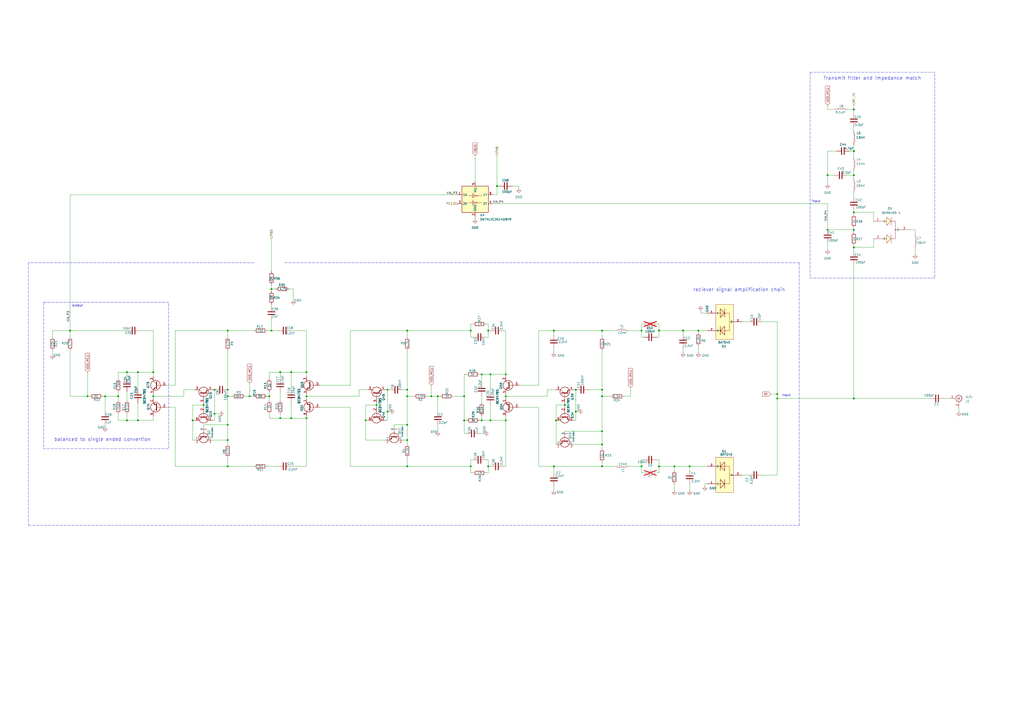
<source format=kicad_sch>
(kicad_sch (version 20250114) (generator "eeschema") (generator_version "9.0")
  (paper "A2")
  (lib_symbols
    (symbol "74xGxx:SN74LVC2G14DBV"
      (property "Reference" "U" (at 2.54 12.7 0))
      (property "Value" "SN74LVC2G14DBV" (at 2.54 10.16 0))
      (symbol "SN74LVC2G14DBV_1_1"
        (pin input line (at -10.16 2.54 0) (length 2.54) (name "1A") (number "1"))
        (pin input line (at -10.16 -2.54 0) (length 2.54) (name "2A") (number "3"))
        (pin power_in line (at 0 10.16 270) (length 2.54) (name "V_{CC}") (number "5"))
        (pin power_in line (at 0 -10.16 90) (length 2.54) (name "GND") (number "2"))
        (pin output line (at 10.16 2.54 180) (length 2.54) (name "1Y") (number "6"))
        (pin output line (at 10.16 -2.54 180) (length 2.54) (name "2Y") (number "4"))
      )
    )
    (symbol "Device:C" (pin_numbers (hide yes)) (pin_names (offset 0.254))
      (property "Reference" "C" (at 0.635 2.54 0))
      (property "Value" "C" (at 0.635 -2.54 0))
      (symbol "C_1_1"
        (pin passive line (at 0 3.81 270) (length 2.794) (name "~") (number "1"))
        (pin passive line (at 0 -3.81 90) (length 2.794) (name "~") (number "2"))
      )
    )
    (symbol "Device:L" (pin_numbers (hide yes)) (pin_names (offset 1.016) (hide yes))
      (property "Reference" "L" (at -1.27 0 90))
      (property "Value" "L" (at 1.905 0 90))
      (symbol "L_1_1"
        (pin passive line (at 0 3.81 270) (length 1.27) (name "1") (number "1"))
        (pin passive line (at 0 -3.81 90) (length 1.27) (name "2") (number "2"))
      )
    )
    (symbol "Device:R" (pin_numbers (hide yes)) (pin_names (offset 0))
      (property "Reference" "R" (at 2.032 0 90))
      (property "Value" "R" (at 0 0 90))
      (symbol "R_1_1"
        (pin passive line (at 0 3.81 270) (length 1.27) (name "~") (number "1"))
        (pin passive line (at 0 -3.81 90) (length 1.27) (name "~") (number "2"))
      )
    )
    (symbol "LCSC_EasyEDA:MMBD4148CC_C8595"
      (property "Reference" "D" (at 0 15.24 0))
      (property "Value" "MMBD4148CC_C8595" (at 0 -15.24 0))
      (symbol "MMBD4148CC_C8595_0_1"
        (pin unspecified line (at -5.08 -10.16 90) (length 5.08) (name "1") (number "1"))
        (pin unspecified line (at 0 10.16 270) (length 5.08) (name "3") (number "3"))
        (pin unspecified line (at 5.08 -10.16 90) (length 5.08) (name "2") (number "2"))
      )
    )
    (symbol "PCM_JLCPCB-Diode-Packages:Switching, BAV99,215"
      (property "Reference" "D" (at 0 1.27 0))
      (property "Value" "BAV99,215" (at 0 -2.54 0))
      (symbol "Switching, BAV99,215_0_1"
        (pin input line (at -5.08 -10.16 90) (length 5.08) (name "1") (number "1"))
        (pin input line (at 0 10.16 270) (length 5.08) (name "3") (number "3"))
        (pin input line (at 5.08 -10.16 90) (length 5.08) (name "2") (number "2"))
      )
    )
    (symbol "PCM_JLCPCB-Extended:RF, Connector, U.FL" (pin_names (offset 1.016) (hide yes))
      (property "Reference" "J" (at 0.254 3.048 0))
      (property "Value" "U.FL" (at 2.921 0 90))
      (symbol "RF, Connector, U.FL_1_1"
        (pin passive line (at -5.08 0 0) (length 2.54) (name "In") (number "1"))
        (pin passive line (at 0 -5.08 90) (length 2.54) (name "Ext") (number "2"))
      )
    )
    (symbol "PCM_JLCPCB-Transistor-Packages:NPN, 2 Channel, BC847BS" (pin_names (offset 0) (hide yes))
      (property "Reference" "Q" (at 5.08 1.27 0))
      (property "Value" "BC847BS" (at 5.08 -1.27 0))
      (symbol "NPN, 2 Channel, BC847BS_1_1"
        (pin input line (at -5.08 0 0) (length 2.54) (name "B1") (number "2"))
        (pin passive line (at 2.54 5.08 270) (length 2.54) (name "C1") (number "6"))
        (pin passive line (at 2.54 -5.08 90) (length 2.54) (name "E1") (number "1"))
      )
      (symbol "NPN, 2 Channel, BC847BS_2_1"
        (pin input line (at -5.08 0 0) (length 2.54) (name "B2") (number "5"))
        (pin passive line (at 2.54 5.08 270) (length 2.54) (name "C2") (number "3"))
        (pin passive line (at 2.54 -5.08 90) (length 2.54) (name "E2") (number "4"))
      )
    )
    (symbol "PCM_JLCPCB-Transistors:NPN,MMBT3904" (pin_names (offset 0))
      (property "Reference" "Q" (at 4.8514 0.834 0))
      (property "Value" "MMBT3904" (at 4.8514 -1.2122 0))
      (symbol "NPN,MMBT3904_1_1"
        (pin input line (at -5.08 0 0) (length 2.54) (name "B") (number "1"))
        (pin open_collector line (at 2.54 5.08 270) (length 2.54) (name "C") (number "3"))
        (pin open_emitter line (at 2.54 -5.08 90) (length 2.54) (name "E") (number "2"))
      )
    )
    (symbol "power:GND" (power) (pin_numbers (hide yes)) (pin_names (offset 0) (hide yes))
      (property "Value" "GND" (at 0 -3.81 0))
      (symbol "GND_1_1"
        (pin power_in line (at 0 0 270) (length 0) (name "~") (number "1"))
      )
    )
  )
  (rectangle (start 469.9 41.91) (end 542.29 161.29) (stroke (width 0) (type dash)))
  (rectangle (start 25.4 175.26) (end 97.79 260.35) (stroke (width 0) (type dash)))
  (text "balanced to single ended convertion" (at 59.436 255.016 0) (effects (font (size 2 2))))
  (text "reciever signal amplification chain\n" (at 428.752 168.148 0) (effects (font (size 2 2))))
  (text "Transmit filter and impedance match" (at 505.968 45.466 0) (effects (font (size 2 2))))
  (text "output" (at 44.958 177.292 0) (effects (font (size 1.27 1.27))))
  (text "input" (at 473.456 116.84 0) (effects (font (size 1.27 1.27))))
  (text "Input" (at 456.184 229.362 0) (effects (font (size 1.27 1.27))))
  (junction (at 118.11 234.95))
  (junction (at 349.25 229.87))
  (junction (at 372.11 270.51))
  (junction (at 273.05 191.77))
  (junction (at 236.22 246.38))
  (junction (at 321.31 191.77))
  (junction (at 132.08 255.27))
  (junction (at 322.58 243.84))
  (junction (at 284.48 243.84))
  (junction (at 349.25 191.77))
  (junction (at 293.37 229.87))
  (junction (at 495.3 123.19))
  (junction (at 349.25 250.19))
  (junction (at 177.8 229.87))
  (junction (at 132.08 191.77))
  (junction (at 250.19 229.87))
  (junction (at 124.46 226.06))
  (junction (at 396.24 191.77))
  (junction (at 224.79 238.76))
  (junction (at 60.96 229.87))
  (junction (at 50.8 229.87))
  (junction (at 111.76 243.84))
  (junction (at 168.91 215.9))
  (junction (at 293.37 243.84))
  (junction (at 349.25 226.06))
  (junction (at 495.3 143.51))
  (junction (at 88.9 229.87))
  (junction (at 480.06 133.35))
  (junction (at 327.66 234.95))
  (junction (at 382.27 191.77))
  (junction (at 162.56 242.57))
  (junction (at 349.25 257.81))
  (junction (at 288.29 107.95))
  (junction (at 236.22 270.51))
  (junction (at 372.11 191.77))
  (junction (at 450.85 228.6))
  (junction (at 405.13 191.77))
  (junction (at 132.08 246.38))
  (junction (at 400.05 270.51))
  (junction (at 224.79 226.06))
  (junction (at 132.08 226.06))
  (junction (at 80.01 215.9))
  (junction (at 218.44 234.95))
  (junction (at 73.66 215.9))
  (junction (at 269.24 229.87))
  (junction (at 283.21 191.77))
  (junction (at 156.21 229.87))
  (junction (at 495.3 63.5))
  (junction (at 334.01 238.76))
  (junction (at 88.9 215.9))
  (junction (at 495.3 87.63))
  (junction (at 269.24 243.84))
  (junction (at 382.27 270.51))
  (junction (at 236.22 229.87))
  (junction (at 334.01 226.06))
  (junction (at 177.8 242.57))
  (junction (at 283.21 270.51))
  (junction (at 144.78 229.87))
  (junction (at 349.25 270.51))
  (junction (at 132.08 270.51))
  (junction (at 495.3 133.35))
  (junction (at 284.48 217.17))
  (junction (at 40.64 191.77))
  (junction (at 450.85 231.14))
  (junction (at 132.08 229.87))
  (junction (at 236.22 226.06))
  (junction (at 168.91 242.57))
  (junction (at 279.4 243.84))
  (junction (at 80.01 243.84))
  (junction (at 73.66 243.84))
  (junction (at 495.3 231.14))
  (junction (at 495.3 101.6))
  (junction (at 124.46 240.03))
  (junction (at 162.56 215.9))
  (junction (at 391.16 270.51))
  (junction (at 254 229.87))
  (junction (at 157.48 167.64))
  (junction (at 236.22 255.27))
  (junction (at 293.37 217.17))
  (junction (at 480.06 101.6))
  (junction (at 68.58 229.87))
  (junction (at 177.8 215.9))
  (junction (at 321.31 270.51))
  (junction (at 279.4 217.17))
  (junction (at 212.09 243.84))
  (junction (at 273.05 270.51))
  (junction (at 236.22 191.77))
  (junction (at 157.48 191.77))
  (wire (pts (xy 322.58 257.81) (xy 322.58 243.84)))
  (wire (pts (xy 495.3 143.51) (xy 506.73 143.51)))
  (wire (pts (xy 30.48 195.58) (xy 30.48 191.77)))
  (wire (pts (xy 80.01 215.9) (xy 80.01 226.06)))
  (wire (pts (xy 132.08 265.43) (xy 132.08 270.51)))
  (wire (pts (xy 321.31 201.93) (xy 321.31 204.47)))
  (wire (pts (xy 480.06 118.11) (xy 480.06 133.35)))
  (wire (pts (xy 170.18 167.64) (xy 167.64 167.64)))
  (wire (pts (xy 285.75 118.11) (xy 480.06 118.11)))
  (wire (pts (xy 372.11 195.58) (xy 373.38 195.58)))
  (wire (pts (xy 88.9 229.87) (xy 106.68 229.87)))
  (wire (pts (xy 236.22 226.06) (xy 236.22 229.87)))
  (wire (pts (xy 289.56 107.95) (xy 288.29 107.95)))
  (wire (pts (xy 312.42 236.22) (xy 300.99 236.22)))
  (wire (pts (xy 273.05 266.7) (xy 273.05 270.51)))
  (wire (pts (xy 218.44 234.95) (xy 218.44 233.68)))
  (wire (pts (xy 124.46 226.06) (xy 123.19 226.06)))
  (wire (pts (xy 480.06 60.96) (xy 480.06 63.5)))
  (wire (pts (xy 50.8 215.9) (xy 50.8 229.87)))
  (wire (pts (xy 236.22 203.2) (xy 236.22 226.06)))
  (wire (pts (xy 450.85 228.6) (xy 450.85 231.14)))
  (wire (pts (xy 495.3 123.19) (xy 506.73 123.19)))
  (wire (pts (xy 273.05 191.77) (xy 273.05 195.58)))
  (wire (pts (xy 274.32 195.58) (xy 273.05 195.58)))
  (wire (pts (xy 506.73 138.43) (xy 506.73 143.51)))
  (wire (pts (xy 327.66 236.22) (xy 327.66 234.95)))
  (wire (pts (xy 293.37 270.51) (xy 292.1 270.51)))
  (wire (pts (xy 273.05 270.51) (xy 273.05 274.32)))
  (wire (pts (xy 321.31 270.51) (xy 349.25 270.51)))
  (wire (pts (xy 381 266.7) (xy 382.27 266.7)))
  (wire (pts (xy 483.87 101.6) (xy 480.06 101.6)))
  (polyline (pts (xy 16.51 304.8) (xy 463.55 304.8)) (stroke (width 0) (type dash)))
  (wire (pts (xy 275.59 90.17) (xy 275.59 105.41)))
  (wire (pts (xy 73.66 227.33) (xy 73.66 232.41)))
  (wire (pts (xy 52.07 229.87) (xy 50.8 229.87)))
  (wire (pts (xy 185.42 223.52) (xy 203.2 223.52)))
  (wire (pts (xy 391.16 280.67) (xy 391.16 284.48)))
  (wire (pts (xy 177.8 191.77) (xy 177.8 215.9)))
  (wire (pts (xy 293.37 270.51) (xy 293.37 243.84)))
  (wire (pts (xy 495.3 101.6) (xy 495.3 104.14)))
  (wire (pts (xy 132.08 257.81) (xy 132.08 255.27)))
  (wire (pts (xy 132.08 226.06) (xy 132.08 229.87)))
  (wire (pts (xy 177.8 215.9) (xy 177.8 218.44)))
  (wire (pts (xy 406.4 181.61) (xy 406.4 180.34)))
  (wire (pts (xy 293.37 241.3) (xy 293.37 243.84)))
  (wire (pts (xy 212.09 255.27) (xy 212.09 243.84)))
  (wire (pts (xy 495.3 121.92) (xy 495.3 123.19)))
  (wire (pts (xy 495.3 231.14) (xy 539.75 231.14)))
  (wire (pts (xy 247.65 229.87) (xy 250.19 229.87)))
  (wire (pts (xy 495.3 153.67) (xy 495.3 231.14)))
  (wire (pts (xy 492.76 87.63) (xy 495.3 87.63)))
  (wire (pts (xy 101.6 223.52) (xy 101.6 191.77)))
  (wire (pts (xy 278.13 217.17) (xy 279.4 217.17)))
  (wire (pts (xy 495.3 83.82) (xy 495.3 87.63)))
  (wire (pts (xy 382.27 191.77) (xy 382.27 195.58)))
  (wire (pts (xy 124.46 240.03) (xy 124.46 243.84)))
  (wire (pts (xy 50.8 229.87) (xy 40.64 229.87)))
  (wire (pts (xy 530.86 143.51) (xy 530.86 147.32)))
  (wire (pts (xy 68.58 219.71) (xy 68.58 215.9)))
  (wire (pts (xy 236.22 257.81) (xy 236.22 255.27)))
  (wire (pts (xy 495.3 142.24) (xy 495.3 143.51)))
  (wire (pts (xy 111.76 243.84) (xy 111.76 234.95)))
  (wire (pts (xy 132.08 229.87) (xy 132.08 246.38)))
  (wire (pts (xy 208.28 226.06) (xy 213.36 226.06)))
  (wire (pts (xy 349.25 191.77) (xy 349.25 195.58)))
  (wire (pts (xy 236.22 270.51) (xy 273.05 270.51)))
  (wire (pts (xy 134.62 229.87) (xy 132.08 229.87)))
  (wire (pts (xy 132.08 246.38) (xy 132.08 255.27)))
  (wire (pts (xy 106.68 226.06) (xy 113.03 226.06)))
  (wire (pts (xy 73.66 240.03) (xy 73.66 243.84)))
  (wire (pts (xy 218.44 234.95) (xy 218.44 236.22)))
  (wire (pts (xy 278.13 251.46) (xy 280.67 251.46)))
  (wire (pts (xy 281.94 195.58) (xy 283.21 195.58)))
  (wire (pts (xy 349.25 191.77) (xy 356.87 191.77)))
  (wire (pts (xy 327.66 250.19) (xy 349.25 250.19)))
  (wire (pts (xy 382.27 266.7) (xy 382.27 270.51)))
  (wire (pts (xy 279.4 229.87) (xy 279.4 233.68)))
  (wire (pts (xy 441.96 275.59) (xy 450.85 275.59)))
  (wire (pts (xy 495.3 123.19) (xy 495.3 124.46)))
  (wire (pts (xy 506.73 128.27) (xy 506.73 123.19)))
  (wire (pts (xy 124.46 226.06) (xy 124.46 240.03)))
  (wire (pts (xy 157.48 176.53) (xy 157.48 177.8)))
  (wire (pts (xy 177.8 242.57) (xy 177.8 241.3)))
  (wire (pts (xy 495.3 60.96) (xy 495.3 63.5)))
  (wire (pts (xy 88.9 229.87) (xy 88.9 231.14)))
  (wire (pts (xy 255.27 229.87) (xy 254 229.87)))
  (wire (pts (xy 203.2 191.77) (xy 236.22 191.77)))
  (wire (pts (xy 312.42 270.51) (xy 312.42 236.22)))
  (wire (pts (xy 168.91 233.68) (xy 168.91 242.57)))
  (wire (pts (xy 101.6 223.52) (xy 96.52 223.52)))
  (wire (pts (xy 556.26 236.22) (xy 556.26 238.76)))
  (wire (pts (xy 322.58 243.84) (xy 322.58 234.95)))
  (wire (pts (xy 68.58 240.03) (xy 68.58 243.84)))
  (wire (pts (xy 40.64 191.77) (xy 40.64 195.58)))
  (wire (pts (xy 450.85 231.14) (xy 495.3 231.14)))
  (wire (pts (xy 212.09 243.84) (xy 213.36 243.84)))
  (wire (pts (xy 88.9 191.77) (xy 88.9 215.9)))
  (wire (pts (xy 80.01 243.84) (xy 88.9 243.84)))
  (wire (pts (xy 168.91 215.9) (xy 177.8 215.9)))
  (wire (pts (xy 349.25 226.06) (xy 341.63 226.06)))
  (wire (pts (xy 297.18 107.95) (xy 300.99 107.95)))
  (wire (pts (xy 495.3 133.35) (xy 495.3 134.62)))
  (wire (pts (xy 396.24 191.77) (xy 382.27 191.77)))
  (wire (pts (xy 283.21 266.7) (xy 283.21 270.51)))
  (wire (pts (xy 40.64 203.2) (xy 40.64 229.87)))
  (wire (pts (xy 495.3 132.08) (xy 495.3 133.35)))
  (polyline (pts (xy 16.51 152.4) (xy 16.51 304.8)) (stroke (width 0) (type dash)))
  (wire (pts (xy 334.01 243.84) (xy 334.01 238.76)))
  (wire (pts (xy 156.21 240.03) (xy 156.21 242.57)))
  (wire (pts (xy 279.4 243.84) (xy 284.48 243.84)))
  (wire (pts (xy 364.49 191.77) (xy 372.11 191.77)))
  (wire (pts (xy 410.21 270.51) (xy 400.05 270.51)))
  (wire (pts (xy 321.31 281.94) (xy 321.31 284.48)))
  (wire (pts (xy 293.37 229.87) (xy 293.37 228.6)))
  (wire (pts (xy 132.08 191.77) (xy 147.32 191.77)))
  (wire (pts (xy 177.8 228.6) (xy 177.8 229.87)))
  (wire (pts (xy 382.27 195.58) (xy 381 195.58)))
  (wire (pts (xy 396.24 201.93) (xy 396.24 204.47)))
  (wire (pts (xy 312.42 191.77) (xy 321.31 191.77)))
  (wire (pts (xy 236.22 270.51) (xy 236.22 265.43)))
  (wire (pts (xy 321.31 191.77) (xy 349.25 191.77)))
  (wire (pts (xy 284.48 217.17) (xy 284.48 227.33)))
  (wire (pts (xy 349.25 226.06) (xy 349.25 203.2)))
  (wire (pts (xy 236.22 195.58) (xy 236.22 191.77)))
  (wire (pts (xy 480.06 106.68) (xy 480.06 101.6)))
  (wire (pts (xy 269.24 229.87) (xy 269.24 217.17)))
  (wire (pts (xy 236.22 229.87) (xy 236.22 246.38)))
  (wire (pts (xy 283.21 274.32) (xy 283.21 270.51)))
  (wire (pts (xy 349.25 229.87) (xy 354.33 229.87)))
  (wire (pts (xy 332.74 257.81) (xy 349.25 257.81)))
  (wire (pts (xy 483.87 63.5) (xy 480.06 63.5)))
  (wire (pts (xy 265.43 113.03) (xy 40.64 113.03)))
  (wire (pts (xy 279.4 222.25) (xy 279.4 217.17)))
  (wire (pts (xy 365.76 229.87) (xy 365.76 224.79)))
  (wire (pts (xy 551.18 231.14) (xy 547.37 231.14)))
  (wire (pts (xy 396.24 194.31) (xy 396.24 191.77)))
  (wire (pts (xy 224.79 238.76) (xy 224.79 226.06)))
  (wire (pts (xy 349.25 270.51) (xy 356.87 270.51)))
  (wire (pts (xy 262.89 229.87) (xy 269.24 229.87)))
  (wire (pts (xy 157.48 165.1) (xy 157.48 167.64)))
  (wire (pts (xy 408.94 280.67) (xy 408.94 281.94)))
  (wire (pts (xy 168.91 191.77) (xy 177.8 191.77)))
  (wire (pts (xy 101.6 191.77) (xy 132.08 191.77)))
  (wire (pts (xy 132.08 191.77) (xy 132.08 195.58)))
  (wire (pts (xy 273.05 191.77) (xy 273.05 187.96)))
  (wire (pts (xy 156.21 242.57) (xy 162.56 242.57)))
  (wire (pts (xy 480.06 87.63) (xy 485.14 87.63)))
  (wire (pts (xy 177.8 270.51) (xy 177.8 242.57)))
  (wire (pts (xy 236.22 255.27) (xy 236.22 246.38)))
  (wire (pts (xy 273.05 274.32) (xy 274.32 274.32)))
  (wire (pts (xy 317.5 229.87) (xy 317.5 226.06)))
  (wire (pts (xy 118.11 234.95) (xy 118.11 233.68)))
  (wire (pts (xy 162.56 227.33) (xy 162.56 232.41)))
  (wire (pts (xy 293.37 231.14) (xy 293.37 229.87)))
  (wire (pts (xy 154.94 229.87) (xy 156.21 229.87)))
  (wire (pts (xy 106.68 229.87) (xy 106.68 226.06)))
  (wire (pts (xy 177.8 229.87) (xy 208.28 229.87)))
  (wire (pts (xy 312.42 223.52) (xy 312.42 191.77)))
  (wire (pts (xy 372.11 191.77) (xy 372.11 195.58)))
  (wire (pts (xy 349.25 226.06) (xy 349.25 229.87)))
  (wire (pts (xy 269.24 229.87) (xy 269.24 243.84)))
  (polyline (pts (xy 147.32 152.4) (xy 16.51 152.4)) (stroke (width 0) (type dash)))
  (wire (pts (xy 118.11 236.22) (xy 118.11 234.95)))
  (wire (pts (xy 224.79 226.06) (xy 223.52 226.06)))
  (wire (pts (xy 381 187.96) (xy 382.27 187.96)))
  (wire (pts (xy 124.46 243.84) (xy 123.19 243.84)))
  (wire (pts (xy 60.96 229.87) (xy 59.69 229.87)))
  (wire (pts (xy 410.21 191.77) (xy 405.13 191.77)))
  (wire (pts (xy 327.66 233.68) (xy 327.66 234.95)))
  (wire (pts (xy 450.85 231.14) (xy 450.85 275.59)))
  (wire (pts (xy 68.58 229.87) (xy 68.58 232.41)))
  (wire (pts (xy 250.19 229.87) (xy 254 229.87)))
  (wire (pts (xy 495.3 111.76) (xy 495.3 114.3)))
  (wire (pts (xy 349.25 260.35) (xy 349.25 257.81)))
  (wire (pts (xy 273.05 187.96) (xy 274.32 187.96)))
  (wire (pts (xy 157.48 168.91) (xy 157.48 167.64)))
  (wire (pts (xy 80.01 215.9) (xy 73.66 215.9)))
  (wire (pts (xy 530.86 133.35) (xy 530.86 135.89)))
  (wire (pts (xy 495.3 73.66) (xy 495.3 76.2)))
  (wire (pts (xy 157.48 191.77) (xy 161.29 191.77)))
  (wire (pts (xy 162.56 215.9) (xy 162.56 219.71)))
  (wire (pts (xy 322.58 234.95) (xy 327.66 234.95)))
  (wire (pts (xy 170.18 167.64) (xy 170.18 173.99)))
  (wire (pts (xy 365.76 229.87) (xy 361.95 229.87)))
  (wire (pts (xy 284.48 191.77) (xy 283.21 191.77)))
  (wire (pts (xy 123.19 255.27) (xy 132.08 255.27)))
  (wire (pts (xy 332.74 243.84) (xy 334.01 243.84)))
  (wire (pts (xy 349.25 229.87) (xy 349.25 250.19)))
  (wire (pts (xy 80.01 243.84) (xy 80.01 233.68)))
  (wire (pts (xy 495.3 87.63) (xy 495.3 91.44)))
  (wire (pts (xy 156.21 215.9) (xy 162.56 215.9)))
  (wire (pts (xy 300.99 107.95) (xy 300.99 109.22)))
  (wire (pts (xy 157.48 138.43) (xy 157.48 157.48)))
  (wire (pts (xy 60.96 246.38) (xy 60.96 247.65)))
  (wire (pts (xy 430.53 275.59) (xy 434.34 275.59)))
  (wire (pts (xy 372.11 187.96) (xy 372.11 191.77)))
  (wire (pts (xy 60.96 229.87) (xy 68.58 229.87)))
  (wire (pts (xy 101.6 270.51) (xy 132.08 270.51)))
  (wire (pts (xy 233.68 255.27) (xy 236.22 255.27)))
  (wire (pts (xy 132.08 203.2) (xy 132.08 226.06)))
  (wire (pts (xy 224.79 243.84) (xy 224.79 238.76)))
  (wire (pts (xy 293.37 218.44) (xy 293.37 217.17)))
  (wire (pts (xy 292.1 191.77) (xy 293.37 191.77)))
  (wire (pts (xy 203.2 236.22) (xy 185.42 236.22)))
  (wire (pts (xy 68.58 215.9) (xy 73.66 215.9)))
  (wire (pts (xy 400.05 273.05) (xy 400.05 270.51)))
  (wire (pts (xy 372.11 274.32) (xy 373.38 274.32)))
  (wire (pts (xy 203.2 270.51) (xy 203.2 236.22)))
  (wire (pts (xy 162.56 240.03) (xy 162.56 242.57)))
  (wire (pts (xy 430.53 186.69) (xy 434.34 186.69)))
  (wire (pts (xy 132.08 270.51) (xy 147.32 270.51)))
  (wire (pts (xy 156.21 215.9) (xy 156.21 219.71)))
  (wire (pts (xy 495.3 99.06) (xy 495.3 101.6)))
  (wire (pts (xy 491.49 63.5) (xy 495.3 63.5)))
  (wire (pts (xy 349.25 250.19) (xy 349.25 257.81)))
  (wire (pts (xy 269.24 243.84) (xy 269.24 251.46)))
  (wire (pts (xy 73.66 219.71) (xy 73.66 215.9)))
  (polyline (pts (xy 165.1 152.4) (xy 463.55 152.4)) (stroke (width 0) (type dash)))
  (wire (pts (xy 30.48 205.74) (xy 30.48 203.2)))
  (wire (pts (xy 278.13 243.84) (xy 279.4 243.84)))
  (wire (pts (xy 203.2 270.51) (xy 236.22 270.51)))
  (wire (pts (xy 233.68 226.06) (xy 236.22 226.06)))
  (wire (pts (xy 168.91 215.9) (xy 168.91 226.06)))
  (wire (pts (xy 228.6 246.38) (xy 228.6 247.65)))
  (wire (pts (xy 208.28 229.87) (xy 208.28 226.06)))
  (wire (pts (xy 168.91 270.51) (xy 177.8 270.51)))
  (wire (pts (xy 372.11 274.32) (xy 372.11 270.51)))
  (wire (pts (xy 382.27 187.96) (xy 382.27 191.77)))
  (wire (pts (xy 288.29 90.17) (xy 288.29 107.95)))
  (wire (pts (xy 288.29 113.03) (xy 285.75 113.03)))
  (wire (pts (xy 144.78 229.87) (xy 147.32 229.87)))
  (wire (pts (xy 162.56 215.9) (xy 168.91 215.9)))
  (wire (pts (xy 236.22 191.77) (xy 273.05 191.77)))
  (wire (pts (xy 408.94 280.67) (xy 410.21 280.67)))
  (wire (pts (xy 40.64 191.77) (xy 73.66 191.77)))
  (wire (pts (xy 284.48 243.84) (xy 284.48 234.95)))
  (wire (pts (xy 281.94 274.32) (xy 283.21 274.32)))
  (wire (pts (xy 450.85 186.69) (xy 450.85 228.6)))
  (wire (pts (xy 156.21 227.33) (xy 156.21 229.87)))
  (wire (pts (xy 405.13 193.04) (xy 405.13 191.77)))
  (wire (pts (xy 391.16 270.51) (xy 400.05 270.51)))
  (wire (pts (xy 372.11 270.51) (xy 372.11 266.7)))
  (wire (pts (xy 154.94 191.77) (xy 157.48 191.77)))
  (wire (pts (xy 96.52 236.22) (xy 101.6 236.22)))
  (wire (pts (xy 88.9 243.84) (xy 88.9 241.3)))
  (wire (pts (xy 88.9 215.9) (xy 88.9 218.44)))
  (wire (pts (xy 321.31 270.51) (xy 312.42 270.51)))
  (wire (pts (xy 118.11 234.95) (xy 111.76 234.95)))
  (wire (pts (xy 410.21 181.61) (xy 406.4 181.61)))
  (wire (pts (xy 396.24 191.77) (xy 405.13 191.77)))
  (polyline (pts (xy 463.55 304.8) (xy 463.55 152.4)) (stroke (width 0) (type dash)))
  (wire (pts (xy 288.29 107.95) (xy 288.29 113.03)))
  (wire (pts (xy 111.76 243.84) (xy 113.03 243.84)))
  (wire (pts (xy 236.22 229.87) (xy 240.03 229.87)))
  (wire (pts (xy 281.94 187.96) (xy 283.21 187.96)))
  (wire (pts (xy 400.05 280.67) (xy 400.05 284.48)))
  (wire (pts (xy 124.46 240.03) (xy 127 240.03)))
  (wire (pts (xy 447.04 228.6) (xy 450.85 228.6)))
  (wire (pts (xy 157.48 185.42) (xy 157.48 191.77)))
  (wire (pts (xy 80.01 215.9) (xy 88.9 215.9)))
  (wire (pts (xy 281.94 266.7) (xy 283.21 266.7)))
  (wire (pts (xy 160.02 167.64) (xy 157.48 167.64)))
  (wire (pts (xy 480.06 140.97) (xy 480.06 144.78)))
  (wire (pts (xy 212.09 234.95) (xy 218.44 234.95)))
  (wire (pts (xy 144.78 222.25) (xy 144.78 229.87)))
  (wire (pts (xy 250.19 223.52) (xy 250.19 229.87)))
  (wire (pts (xy 364.49 270.51) (xy 372.11 270.51)))
  (wire (pts (xy 68.58 227.33) (xy 68.58 229.87)))
  (wire (pts (xy 495.3 143.51) (xy 495.3 146.05)))
  (wire (pts (xy 73.66 243.84) (xy 80.01 243.84)))
  (wire (pts (xy 270.51 217.17) (xy 269.24 217.17)))
  (wire (pts (xy 293.37 191.77) (xy 293.37 217.17)))
  (wire (pts (xy 321.31 191.77) (xy 321.31 194.31)))
  (wire (pts (xy 118.11 247.65) (xy 118.11 246.38)))
  (wire (pts (xy 118.11 246.38) (xy 132.08 246.38)))
  (wire (pts (xy 283.21 187.96) (xy 283.21 191.77)))
  (wire (pts (xy 317.5 226.06) (xy 322.58 226.06)))
  (wire (pts (xy 495.3 63.5) (xy 495.3 66.04)))
  (wire (pts (xy 273.05 266.7) (xy 274.32 266.7)))
  (wire (pts (xy 293.37 243.84) (xy 284.48 243.84)))
  (wire (pts (xy 254 238.76) (xy 254 229.87)))
  (wire (pts (xy 349.25 270.51) (xy 349.25 267.97)))
  (wire (pts (xy 30.48 191.77) (xy 40.64 191.77)))
  (wire (pts (xy 212.09 243.84) (xy 212.09 234.95)))
  (wire (pts (xy 405.13 204.47) (xy 405.13 200.66)))
  (wire (pts (xy 168.91 242.57) (xy 177.8 242.57)))
  (wire (pts (xy 60.96 229.87) (xy 60.96 238.76)))
  (wire (pts (xy 177.8 231.14) (xy 177.8 229.87)))
  (wire (pts (xy 111.76 255.27) (xy 111.76 243.84)))
  (wire (pts (xy 334.01 226.06) (xy 334.01 238.76)))
  (wire (pts (xy 101.6 236.22) (xy 101.6 270.51)))
  (wire (pts (xy 334.01 238.76) (xy 335.28 238.76)))
  (wire (pts (xy 441.96 186.69) (xy 450.85 186.69)))
  (wire (pts (xy 293.37 229.87) (xy 317.5 229.87)))
  (wire (pts (xy 203.2 223.52) (xy 203.2 191.77)))
  (wire (pts (xy 382.27 270.51) (xy 391.16 270.51)))
  (wire (pts (xy 154.94 270.51) (xy 161.29 270.51)))
  (wire (pts (xy 68.58 243.84) (xy 73.66 243.84)))
  (wire (pts (xy 382.27 274.32) (xy 381 274.32)))
  (wire (pts (xy 372.11 266.7) (xy 373.38 266.7)))
  (wire (pts (xy 88.9 228.6) (xy 88.9 229.87)))
  (wire (pts (xy 226.06 238.76) (xy 224.79 238.76)))
  (wire (pts (xy 224.79 226.06) (xy 226.06 226.06)))
  (wire (pts (xy 480.06 87.63) (xy 480.06 101.6)))
  (wire (pts (xy 254 246.38) (xy 254 250.19)))
  (wire (pts (xy 300.99 223.52) (xy 312.42 223.52)))
  (wire (pts (xy 269.24 251.46) (xy 270.51 251.46)))
  (wire (pts (xy 283.21 191.77) (xy 283.21 195.58)))
  (wire (pts (xy 279.4 243.84) (xy 279.4 241.3)))
  (wire (pts (xy 491.49 101.6) (xy 495.3 101.6)))
  (wire (pts (xy 293.37 217.17) (xy 284.48 217.17)))
  (wire (pts (xy 321.31 270.51) (xy 321.31 274.32)))
  (wire (pts (xy 88.9 191.77) (xy 81.28 191.77)))
  (wire (pts (xy 228.6 246.38) (xy 236.22 246.38)))
  (wire (pts (xy 162.56 242.57) (xy 168.91 242.57)))
  (wire (pts (xy 275.59 125.73) (xy 275.59 127)))
  (wire (pts (xy 373.38 187.96) (xy 372.11 187.96)))
  (wire (pts (xy 142.24 229.87) (xy 144.78 229.87)))
  (wire (pts (xy 40.64 113.03) (xy 40.64 191.77)))
  (wire (pts (xy 223.52 255.27) (xy 212.09 255.27)))
  (wire (pts (xy 113.03 255.27) (xy 111.76 255.27)))
  (wire (pts (xy 269.24 243.84) (xy 270.51 243.84)))
  (wire (pts (xy 223.52 243.84) (xy 224.79 243.84)))
  (wire (pts (xy 391.16 273.05) (xy 391.16 270.51)))
  (wire (pts (xy 284.48 217.17) (xy 279.4 217.17)))
  (wire (pts (xy 527.05 133.35) (xy 530.86 133.35)))
  (wire (pts (xy 382.27 274.32) (xy 382.27 270.51)))
  (wire (pts (xy 156.21 232.41) (xy 156.21 229.87)))
  (wire (pts (xy 480.06 133.35) (xy 495.3 133.35)))
  (wire (pts (xy 332.74 226.06) (xy 334.01 226.06)))
  (wire (pts (xy 284.48 270.51) (xy 283.21 270.51)))
  (label "VIA_P3" (at 40.64 186.69 90))
  (label "VIA_P4" (at 480.06 128.27 90))
  (label "VIA_P4" (at 285.75 118.11 0))
  (label "VIA_P3" (at 265.43 113.03 180))
  (global_label "VBUS" (shape input) (at 275.59 90.17 90) (property "Intersheetrefs" "${INTERSHEET_REFS}" (effects (hide yes))))
  (global_label "VDD_MCU" (shape input) (at 50.8 215.9 90) (property "Intersheetrefs" "${INTERSHEET_REFS}" (effects (hide yes))))
  (global_label "VDD_MCU" (shape input) (at 365.76 224.79 90) (property "Intersheetrefs" "${INTERSHEET_REFS}" (effects (hide yes))))
  (global_label "VDD_MCU" (shape input) (at 250.19 223.52 90) (property "Intersheetrefs" "${INTERSHEET_REFS}" (effects (hide yes))))
  (global_label "RF" (shape input) (at 447.04 228.6 180) (property "Intersheetrefs" "${INTERSHEET_REFS}" (effects (hide yes))))
  (global_label "VDD_MCU" (shape input) (at 480.06 60.96 90) (property "Intersheetrefs" "${INTERSHEET_REFS}" (effects (hide yes))))
  (global_label "VDD_MCU" (shape input) (at 144.78 222.25 90) (property "Intersheetrefs" "${INTERSHEET_REFS}" (effects (hide yes))))
  (hierarchical_label "RF_TX" (shape input) (at 495.3 60.96 90))
  (hierarchical_label "PB0" (shape input) (at 157.48 138.43 90))
  (hierarchical_label "PC13" (shape input) (at 265.43 118.11 180))
  (hierarchical_label "PA8" (shape input) (at 288.29 90.17 90))
  (symbol (lib_id "Device:C") (at 495.3 118.11 0) (unit 1)
    (property "Reference" "C42" (at 496.062 116.078 0) (effects (justify left)))
    (property "Value" "100pF" (at 496.316 120.142 0) (effects (justify left)))
    (property "Footprint" "Capacitor_SMD:C_0805_2012Metric_Pad1.18x1.45mm_HandSolder" (effects (hide yes)))
    (property "Description" "Unpolarized capacitor" (effects (hide yes)))
  )
  (symbol (lib_id "Device:C") (at 80.01 229.87 0) (mirror x) (unit 1)
    (property "Reference" "C23" (at 76.454 229.616 90))
    (property "Value" "20pF" (at 78.74 226.06 90))
    (property "Footprint" "Capacitor_SMD:C_0805_2012Metric_Pad1.18x1.45mm_HandSolder" (effects (hide yes)))
    (property "Description" "Unpolarized capacitor" (effects (hide yes)))
  )
  (symbol (lib_id "power:GND") (at 30.48 205.74 0) (mirror y) (unit 1)
    (property "Reference" "#PWR043" (effects (hide yes)))
    (property "Value" "GND" (at 33.02 205.994 0))
    (property "Description" "Power symbol creates a global label with name \"GND\" , ground" (effects (hide yes)))
  )
  (symbol (lib_id "Device:R") (at 151.13 229.87 270) (mirror x) (unit 1)
    (property "Reference" "R16" (at 147.574 227.838 0))
    (property "Value" "30" (at 150.876 229.87 90))
    (property "Footprint" "Resistor_SMD:R_0805_2012Metric_Pad1.20x1.40mm_HandSolder" (effects (hide yes)))
    (property "Description" "Resistor" (effects (hide yes)))
  )
  (symbol (lib_id "Device:R") (at 391.16 276.86 0) (unit 1)
    (property "Reference" "R1" (at 387.35 277.114 0) (effects (justify left)))
    (property "Value" "1.5k" (at 391.16 279.146 90) (effects (justify left)))
    (property "Footprint" "Resistor_SMD:R_0805_2012Metric_Pad1.20x1.40mm_HandSolder" (effects (hide yes)))
    (property "Description" "Resistor" (effects (hide yes)))
  )
  (symbol (lib_id "PCM_JLCPCB-Transistors:NPN,MMBT3904") (at 118.11 252.73 270) (unit 1)
    (property "Reference" "Q2" (at 121.158 249.428 0) (effects (justify left)))
    (property "Value" "MMBT3904" (at 123.19 247.65 0) (effects (font (size 0.8 0.8)) (justify left)))
    (property "Footprint" "Package_TO_SOT_SMD:SOT-23" (effects (hide yes)))
    (property "Datasheet" "https://wmsc.lcsc.com/wmsc/upload/file/pdf/v2/lcsc/2312221203_hongjiacheng-MMBT3904_C7420353.pdf" (effects (hide yes)))
    (property "Description" "40V 200mW 100@10mA,1.0V 200mA NPN SOT-23 Bipolar (BJT) ROHS" (effects (hide yes)))
    (property "LCSC" "C7420353" (effects (hide yes)))
    (property "Stock" "795529" (effects (hide yes)))
    (property "Price" "0.013USD" (effects (hide yes)))
    (property "Process" "SMT" (effects (hide yes)))
    (property "Minimum Qty" "10" (effects (hide yes)))
    (property "Attrition Qty" "5" (effects (hide yes)))
    (property "Class" "Preferred Component" (effects (hide yes)))
    (property "Category" "Triode/MOS Tube/Transistor,Bipolar Transistors - BJT" (effects (hide yes)))
    (property "Manufacturer" "hongjiacheng" (effects (hide yes)))
    (property "Part" "MMBT3904" (effects (hide yes)))
    (property "Transition Frequency (fT)" "300MHz" (effects (hide yes)))
    (property "Operating Temperature" "-55°C~+150°C" (effects (hide yes)))
    (property "Collector Cut-Off Current (Icbo)" "0.1uA" (effects (hide yes)))
    (property "Transistor Type" "NPN" (effects (hide yes)))
    (property "DC Current Gain (hFE@Ic,Vce)" "100@10mA,1.0V" (effects (hide yes)))
    (property "Power Dissipation (Pd)" "null" (effects (hide yes)))
    (property "Collector Current (Ic)" "null" (effects (hide yes)))
    (property "Collector-Emitter Saturation Voltage (VCE(sat)@Ic,Ib)" "0.3V@50mA,5.0mA" (effects (hide yes)))
    (property "Collector-Emitter Breakdown Voltage (Vceo)" "null" (effects (hide yes)))
  )
  (symbol (lib_id "PCM_JLCPCB-Transistor-Packages:NPN, 2 Channel, BC847BS") (at 118.11 228.6 90) (unit 2)
    (property "Reference" "Q1" (at 122.174 231.394 0) (effects (justify left)))
    (property "Value" "BC847BS" (at 120.142 239.522 0) (effects (justify left)))
    (property "Footprint" "Package_TO_SOT_SMD:SOT-363_SC-70-6" (effects (hide yes)))
    (property "Datasheet" "https://www.lcsc.com/datasheet/lcsc_datasheet_2409041457_hongjiacheng-BC847BS_C41375126.pdf" (effects (hide yes)))
    (property "Description" "SOT-363 Bipolar (BJT) ROHS" (effects (hide yes)))
    (property "LCSC" "C41375126" (effects (hide yes)))
    (property "Stock" "13866" (effects (hide yes)))
    (property "Price" "0.032USD" (effects (hide yes)))
    (property "Process" "SMT" (effects (hide yes)))
    (property "Minimum Qty" "10" (effects (hide yes)))
    (property "Attrition Qty" "4" (effects (hide yes)))
    (property "Class" "Preferred Component" (effects (hide yes)))
    (property "Category" "Transistors/Thyristors,Bipolar (BJT)" (effects (hide yes)))
    (property "Manufacturer" "hongjiacheng" (effects (hide yes)))
    (property "Part" "BC847BS" (effects (hide yes)))
  )
  (symbol (lib_id "Device:C") (at 488.95 87.63 270) (unit 1)
    (property "Reference" "C44" (at 488.95 83.82 90))
    (property "Value" "4.7pF" (at 492.506 86.106 90))
    (property "Footprint" "Capacitor_SMD:C_0805_2012Metric_Pad1.18x1.45mm_HandSolder" (effects (hide yes)))
    (property "Description" "Unpolarized capacitor" (effects (hide yes)))
  )
  (symbol (lib_id "Device:R") (at 274.32 217.17 270) (mirror x) (unit 1)
    (property "Reference" "R28" (at 274.066 215.138 90))
    (property "Value" "3k" (at 274.066 217.17 90))
    (property "Footprint" "Resistor_SMD:R_0805_2012Metric_Pad1.20x1.40mm_HandSolder" (effects (hide yes)))
    (property "Description" "Resistor" (effects (hide yes)))
  )
  (symbol (lib_id "power:GND") (at 391.16 284.48 0) (unit 1)
    (property "Reference" "#PWR032" (effects (hide yes)))
    (property "Value" "GND" (at 395.224 286.258 0))
    (property "Description" "Power symbol creates a global label with name \"GND\" , ground" (effects (hide yes)))
  )
  (symbol (lib_id "PCM_JLCPCB-Transistor-Packages:NPN, 2 Channel, BC847BS") (at 327.66 241.3 90) (mirror x) (unit 1)
    (property "Reference" "Q3" (at 331.978 239.014 0) (effects (justify left)))
    (property "Value" "BC847BS" (at 329.692 230.632 0) (effects (justify left)))
    (property "Footprint" "Package_TO_SOT_SMD:SOT-363_SC-70-6" (effects (hide yes)))
    (property "Datasheet" "https://www.lcsc.com/datasheet/lcsc_datasheet_2409041457_hongjiacheng-BC847BS_C41375126.pdf" (effects (hide yes)))
    (property "Description" "SOT-363 Bipolar (BJT) ROHS" (effects (hide yes)))
    (property "LCSC" "C41375126" (effects (hide yes)))
    (property "Stock" "13866" (effects (hide yes)))
    (property "Price" "0.032USD" (effects (hide yes)))
    (property "Process" "SMT" (effects (hide yes)))
    (property "Minimum Qty" "10" (effects (hide yes)))
    (property "Attrition Qty" "4" (effects (hide yes)))
    (property "Class" "Preferred Component" (effects (hide yes)))
    (property "Category" "Transistors/Thyristors,Bipolar (BJT)" (effects (hide yes)))
    (property "Manufacturer" "hongjiacheng" (effects (hide yes)))
    (property "Part" "BC847BS" (effects (hide yes)))
  )
  (symbol (lib_id "Device:C") (at 157.48 181.61 0) (unit 1)
    (property "Reference" "C39" (at 159.512 179.324 0))
    (property "Value" "1nF" (at 159.512 183.642 0))
    (property "Footprint" "Capacitor_SMD:C_0805_2012Metric_Pad1.18x1.45mm_HandSolder" (effects (hide yes)))
    (property "Description" "Unpolarized capacitor" (effects (hide yes)))
  )
  (symbol (lib_id "Device:R") (at 495.3 128.27 180) (unit 1)
    (property "Reference" "R38" (at 500.38 128.524 0) (effects (justify left)))
    (property "Value" "1k" (at 495.3 127.254 90) (effects (justify left)))
    (property "Footprint" "Resistor_SMD:R_0805_2012Metric_Pad1.20x1.40mm_HandSolder" (effects (hide yes)))
    (property "Description" "Resistor" (effects (hide yes)))
  )
  (symbol (lib_id "Device:R") (at 55.88 229.87 270) (mirror x) (unit 1)
    (property "Reference" "R22" (at 56.134 231.902 90))
    (property "Value" "30" (at 55.626 229.87 90))
    (property "Footprint" "Resistor_SMD:R_0805_2012Metric_Pad1.20x1.40mm_HandSolder" (effects (hide yes)))
    (property "Description" "Resistor" (effects (hide yes)))
  )
  (symbol (lib_id "Device:R") (at 132.08 261.62 0) (mirror x) (unit 1)
    (property "Reference" "R8" (at 130.048 260.604 90) (effects (justify left)))
    (property "Value" "4.7k" (at 132.08 259.588 90) (effects (justify left)))
    (property "Footprint" "Resistor_SMD:R_0805_2012Metric_Pad1.20x1.40mm_HandSolder" (effects (hide yes)))
    (property "Description" "Resistor" (effects (hide yes)))
  )
  (symbol (lib_id "Device:C") (at 128.27 226.06 270) (mirror x) (unit 1)
    (property "Reference" "C8" (at 126.238 227.838 0))
    (property "Value" "100nF" (at 130.81 229.362 0))
    (property "Footprint" "Capacitor_SMD:C_0805_2012Metric_Pad1.18x1.45mm_HandSolder" (effects (hide yes)))
    (property "Description" "Unpolarized capacitor" (effects (hide yes)))
  )
  (symbol (lib_id "power:GND") (at 60.96 247.65 0) (unit 1)
    (property "Reference" "#PWR015" (effects (hide yes)))
    (property "Value" "GND" (at 58.674 247.904 0))
    (property "Description" "Power symbol creates a global label with name \"GND\" , ground" (effects (hide yes)))
  )
  (symbol (lib_id "PCM_JLCPCB-Transistor-Packages:NPN, 2 Channel, BC847BS") (at 218.44 241.3 90) (mirror x) (unit 1)
    (property "Reference" "Q4" (at 222.504 238.76 0) (effects (justify left)))
    (property "Value" "BC847BS" (at 220.472 230.632 0) (effects (justify left)))
    (property "Footprint" "Package_TO_SOT_SMD:SOT-363_SC-70-6" (effects (hide yes)))
    (property "Datasheet" "https://www.lcsc.com/datasheet/lcsc_datasheet_2409041457_hongjiacheng-BC847BS_C41375126.pdf" (effects (hide yes)))
    (property "Description" "SOT-363 Bipolar (BJT) ROHS" (effects (hide yes)))
    (property "LCSC" "C41375126" (effects (hide yes)))
    (property "Stock" "13866" (effects (hide yes)))
    (property "Price" "0.032USD" (effects (hide yes)))
    (property "Process" "SMT" (effects (hide yes)))
    (property "Minimum Qty" "10" (effects (hide yes)))
    (property "Attrition Qty" "4" (effects (hide yes)))
    (property "Class" "Preferred Component" (effects (hide yes)))
    (property "Category" "Transistors/Thyristors,Bipolar (BJT)" (effects (hide yes)))
    (property "Manufacturer" "hongjiacheng" (effects (hide yes)))
    (property "Part" "BC847BS" (effects (hide yes)))
  )
  (symbol (lib_id "Device:C") (at 77.47 191.77 270) (mirror x) (unit 1)
    (property "Reference" "C25" (at 74.422 193.04 90))
    (property "Value" "10nF" (at 73.66 190.5 90))
    (property "Footprint" "Capacitor_SMD:C_0805_2012Metric_Pad1.18x1.45mm_HandSolder" (effects (hide yes)))
    (property "Description" "Unpolarized capacitor" (effects (hide yes)))
  )
  (symbol (lib_id "LCSC_EasyEDA:MMBD4148CC_C8595") (at 516.89 133.35 270) (unit 1)
    (property "Reference" "D5" (at 516.128 120.904 90))
    (property "Value" "BAR6405" (at 515.874 123.444 90))
    (property "Footprint" "Package_TO_SOT_SMD:SOT-23-3" (effects (hide yes)))
    (property "Datasheet" "https://www.infineon.com/assets/row/public/documents/24/49/infineon-bar64-05-ds-en.pdf" (effects (hide yes)))
  )
  (symbol (lib_id "Device:C") (at 165.1 270.51 270) (mirror x) (unit 1)
    (property "Reference" "C15" (at 168.402 268.986 90))
    (property "Value" "2.2nF" (at 169.926 272.288 90))
    (property "Footprint" "Capacitor_SMD:C_0805_2012Metric_Pad1.18x1.45mm_HandSolder" (effects (hide yes)))
    (property "Description" "Unpolarized capacitor" (effects (hide yes)))
  )
  (symbol (lib_id "Device:R") (at 68.58 236.22 0) (mirror y) (unit 1)
    (property "Reference" "R18" (at 66.294 237.998 90) (effects (justify left)))
    (property "Value" "750" (at 68.834 237.998 90) (effects (justify left)))
    (property "Footprint" "Resistor_SMD:R_0805_2012Metric_Pad1.20x1.40mm_HandSolder" (effects (hide yes)))
    (property "Description" "Resistor" (effects (hide yes)))
  )
  (symbol (lib_id "Device:C") (at 321.31 278.13 180) (unit 1)
    (property "Reference" "C7" (at 322.58 274.32 0) (effects (justify right)))
    (property "Value" "2.2nF" (at 321.818 276.098 0) (effects (justify right)))
    (property "Footprint" "Capacitor_SMD:C_0805_2012Metric_Pad1.18x1.45mm_HandSolder" (effects (hide yes)))
    (property "Description" "Unpolarized capacitor" (effects (hide yes)))
  )
  (symbol (lib_id "PCM_JLCPCB-Extended:RF, Connector, U.FL") (at 556.26 231.14 0) (unit 1)
    (property "Reference" "J1" (at 560.07 232.7033 0) (effects (justify left)))
    (property "Value" "U.FL" (at 560.07 230.1633 0) (effects (justify left)))
    (property "Footprint" "Connector_Coaxial:U.FL_Hirose_U.FL-R-SMT-1_Vertical" (effects (hide yes)))
    (property "Datasheet" "https://wmsc.lcsc.com/wmsc/upload/file/pdf/v2/lcsc/2208151830_BAT-WIRELESS-BWU-FL-IPEX1_C5137195.pdf" (effects (hide yes)))
    (property "Description" "coaxial connector (BNC, SMA, SMB, SMC, Cinch/RCA, LEMO, ...)" (effects (hide yes)))
    (property "LCSC" "C5137195" (effects (hide yes)))
  )
  (symbol (lib_id "Device:R") (at 495.3 138.43 180) (unit 1)
    (property "Reference" "R37" (at 500.38 138.684 0) (effects (justify left)))
    (property "Value" "1k" (at 495.3 137.414 90) (effects (justify left)))
    (property "Footprint" "Resistor_SMD:R_0805_2012Metric_Pad1.20x1.40mm_HandSolder" (effects (hide yes)))
    (property "Description" "Resistor" (effects (hide yes)))
  )
  (symbol (lib_id "PCM_JLCPCB-Transistor-Packages:NPN, 2 Channel, BC847BS") (at 218.44 228.6 90) (unit 2)
    (property "Reference" "Q4" (at 222.504 232.41 0) (effects (justify left)))
    (property "Value" "BC847BS" (at 220.472 239.522 0) (effects (justify left)))
    (property "Footprint" "Package_TO_SOT_SMD:SOT-363_SC-70-6" (effects (hide yes)))
    (property "Datasheet" "https://www.lcsc.com/datasheet/lcsc_datasheet_2409041457_hongjiacheng-BC847BS_C41375126.pdf" (effects (hide yes)))
    (property "Description" "SOT-363 Bipolar (BJT) ROHS" (effects (hide yes)))
    (property "LCSC" "C41375126" (effects (hide yes)))
    (property "Stock" "13866" (effects (hide yes)))
    (property "Price" "0.032USD" (effects (hide yes)))
    (property "Process" "SMT" (effects (hide yes)))
    (property "Minimum Qty" "10" (effects (hide yes)))
    (property "Attrition Qty" "4" (effects (hide yes)))
    (property "Class" "Preferred Component" (effects (hide yes)))
    (property "Category" "Transistors/Thyristors,Bipolar (BJT)" (effects (hide yes)))
    (property "Manufacturer" "hongjiacheng" (effects (hide yes)))
    (property "Part" "BC847BS" (effects (hide yes)))
  )
  (symbol (lib_id "power:GND") (at 400.05 284.48 0) (unit 1)
    (property "Reference" "#PWR033" (effects (hide yes)))
    (property "Value" "GND" (at 404.114 286.258 0))
    (property "Description" "Power symbol creates a global label with name \"GND\" , ground" (effects (hide yes)))
  )
  (symbol (lib_id "PCM_JLCPCB-Transistor-Packages:NPN, 2 Channel, BC847BS") (at 327.66 228.6 90) (unit 2)
    (property "Reference" "Q3" (at 331.978 232.156 0) (effects (justify left)))
    (property "Value" "BC847BS" (at 329.692 239.522 0) (effects (justify left)))
    (property "Footprint" "Package_TO_SOT_SMD:SOT-363_SC-70-6" (effects (hide yes)))
    (property "Datasheet" "https://www.lcsc.com/datasheet/lcsc_datasheet_2409041457_hongjiacheng-BC847BS_C41375126.pdf" (effects (hide yes)))
    (property "Description" "SOT-363 Bipolar (BJT) ROHS" (effects (hide yes)))
    (property "LCSC" "C41375126" (effects (hide yes)))
    (property "Stock" "13866" (effects (hide yes)))
    (property "Price" "0.032USD" (effects (hide yes)))
    (property "Process" "SMT" (effects (hide yes)))
    (property "Minimum Qty" "10" (effects (hide yes)))
    (property "Attrition Qty" "4" (effects (hide yes)))
    (property "Class" "Preferred Component" (effects (hide yes)))
    (property "Category" "Transistors/Thyristors,Bipolar (BJT)" (effects (hide yes)))
    (property "Manufacturer" "hongjiacheng" (effects (hide yes)))
    (property "Part" "BC847BS" (effects (hide yes)))
  )
  (symbol (lib_id "Device:R") (at 68.58 223.52 0) (mirror y) (unit 1)
    (property "Reference" "R19" (at 66.548 225.806 90) (effects (justify left)))
    (property "Value" "750" (at 68.58 225.044 90) (effects (justify left)))
    (property "Footprint" "Resistor_SMD:R_0805_2012Metric_Pad1.20x1.40mm_HandSolder" (effects (hide yes)))
    (property "Description" "Resistor" (effects (hide yes)))
  )
  (symbol (lib_id "Device:R") (at 243.84 229.87 90) (unit 1)
    (property "Reference" "R2" (at 243.84 231.902 90))
    (property "Value" "1.5k" (at 244.094 229.616 90))
    (property "Footprint" "Resistor_SMD:R_0805_2012Metric_Pad1.20x1.40mm_HandSolder" (effects (hide yes)))
    (property "Description" "Resistor" (effects (hide yes)))
  )
  (symbol (lib_id "Device:R") (at 73.66 236.22 0) (mirror y) (unit 1)
    (property "Reference" "R17" (at 71.628 236.474 90))
    (property "Value" "5.1k" (at 73.66 235.966 90))
    (property "Footprint" "Resistor_SMD:R_0805_2012Metric_Pad1.20x1.40mm_HandSolder" (effects (hide yes)))
    (property "Description" "Resistor" (effects (hide yes)))
  )
  (symbol (lib_id "power:GND") (at 300.99 109.22 0) (unit 1)
    (property "Reference" "#PWR08" (effects (hide yes)))
    (property "Value" "GND" (at 300.99 114.3 0))
    (property "Description" "Power symbol creates a global label with name \"GND\" , ground" (effects (hide yes)))
  )
  (symbol (lib_id "power:GND") (at 480.06 144.78 0) (unit 1)
    (property "Reference" "#PWR025" (effects (hide yes)))
    (property "Value" "GND" (at 480.06 149.86 0))
    (property "Description" "Power symbol creates a global label with name \"GND\" , ground" (effects (hide yes)))
  )
  (symbol (lib_id "power:GND") (at 280.67 251.46 90) (unit 1)
    (property "Reference" "#PWR09" (effects (hide yes)))
    (property "Value" "GND" (at 280.924 249.174 0))
    (property "Description" "Power symbol creates a global label with name \"GND\" , ground" (effects (hide yes)))
  )
  (symbol (lib_id "Device:C") (at 274.32 251.46 90) (mirror x) (unit 1)
    (property "Reference" "C35" (at 272.288 249.428 0))
    (property "Value" "1uF" (at 276.606 249.428 0))
    (property "Footprint" "Capacitor_SMD:C_0805_2012Metric_Pad1.18x1.45mm_HandSolder" (effects (hide yes)))
    (property "Description" "Unpolarized capacitor" (effects (hide yes)))
  )
  (symbol (lib_id "power:GND") (at 170.18 173.99 0) (mirror y) (unit 1)
    (property "Reference" "#PWR018" (effects (hide yes)))
    (property "Value" "GND" (at 172.72 174.244 0))
    (property "Description" "Power symbol creates a global label with name \"GND\" , ground" (effects (hide yes)))
  )
  (symbol (lib_id "power:GND") (at 321.31 204.47 0) (unit 1)
    (property "Reference" "#PWR022" (effects (hide yes)))
    (property "Value" "GND" (at 325.374 206.248 0))
    (property "Description" "Power symbol creates a global label with name \"GND\" , ground" (effects (hide yes)))
  )
  (symbol (lib_id "Device:R") (at 274.32 243.84 90) (mirror x) (unit 1)
    (property "Reference" "R29" (at 274.574 240.538 0))
    (property "Value" "3k" (at 274.574 243.84 90))
    (property "Footprint" "Resistor_SMD:R_0805_2012Metric_Pad1.20x1.40mm_HandSolder" (effects (hide yes)))
    (property "Description" "Resistor" (effects (hide yes)))
  )
  (symbol (lib_id "Device:C") (at 73.66 223.52 0) (mirror x) (unit 1)
    (property "Reference" "C24" (at 72.644 220.218 90))
    (property "Value" "12pF" (at 74.93 219.964 90))
    (property "Footprint" "Capacitor_SMD:C_0805_2012Metric_Pad1.18x1.45mm_HandSolder" (effects (hide yes)))
    (property "Description" "Unpolarized capacitor" (effects (hide yes)))
  )
  (symbol (lib_id "power:GND") (at 405.13 204.47 0) (unit 1)
    (property "Reference" "#PWR045" (effects (hide yes)))
    (property "Value" "GND" (at 409.194 206.248 0))
    (property "Description" "Power symbol creates a global label with name \"GND\" , ground" (effects (hide yes)))
  )
  (symbol (lib_id "Device:L") (at 495.3 95.25 0) (unit 1)
    (property "Reference" "L4" (at 496.824 92.456 0) (effects (justify left)))
    (property "Value" "11nH" (at 496.57 94.996 0) (effects (justify left)))
    (property "Footprint" "Inductor_SMD:L_0805_2012Metric_Pad1.05x1.20mm_HandSolder" (effects (hide yes)))
    (property "Description" "Inductor" (effects (hide yes)))
  )
  (symbol (lib_id "Device:R") (at 405.13 196.85 0) (unit 1)
    (property "Reference" "R6" (at 406.654 197.612 0) (effects (justify left)))
    (property "Value" "1.5k" (at 405.13 199.136 90) (effects (justify left)))
    (property "Footprint" "Resistor_SMD:R_0805_2012Metric_Pad1.20x1.40mm_HandSolder" (effects (hide yes)))
    (property "Description" "Resistor" (effects (hide yes)))
  )
  (symbol (lib_id "Device:L") (at 530.86 139.7 0) (unit 1)
    (property "Reference" "L7" (at 531.876 138.176 0) (effects (justify left)))
    (property "Value" "16uH" (at 531.876 140.716 0) (effects (justify left)))
    (property "Footprint" "Inductor_SMD:L_0805_2012Metric_Pad1.05x1.20mm_HandSolder" (effects (hide yes)))
    (property "Description" "Inductor" (effects (hide yes)))
  )
  (symbol (lib_id "Device:R") (at 157.48 172.72 0) (mirror x) (unit 1)
    (property "Reference" "R34" (at 160.528 172.72 0))
    (property "Value" "0R" (at 157.48 172.466 90))
    (property "Footprint" "Resistor_SMD:R_0805_2012Metric_Pad1.20x1.40mm_HandSolder" (effects (hide yes)))
    (property "Description" "Resistor" (effects (hide yes)))
  )
  (symbol (lib_id "power:GND") (at 406.4 180.34 180) (unit 1)
    (property "Reference" "#PWR011" (effects (hide yes)))
    (property "Value" "GND" (at 410.21 179.07 90))
    (property "Description" "Power symbol creates a global label with name \"GND\" , ground" (effects (hide yes)))
  )
  (symbol (lib_id "Device:C") (at 377.19 266.7 90) (unit 1)
    (property "Reference" "C5" (at 377.19 270.002 90))
    (property "Value" "100nF" (at 372.872 267.97 90))
    (property "Footprint" "Capacitor_SMD:C_0805_2012Metric_Pad1.18x1.45mm_HandSolder" (effects (hide yes)))
    (property "Description" "Unpolarized capacitor" (effects (hide yes)))
  )
  (symbol (lib_id "Device:L") (at 487.68 63.5 270) (mirror x) (unit 1)
    (property "Reference" "L6" (at 486.918 61.468 90) (effects (justify left)))
    (property "Value" "0.1uH" (at 484.632 65.024 90) (effects (justify left)))
    (property "Footprint" "Inductor_SMD:L_0805_2012Metric_Pad1.05x1.20mm_HandSolder" (effects (hide yes)))
    (property "Description" "Inductor" (effects (hide yes)))
  )
  (symbol (lib_id "Device:C") (at 400.05 276.86 180) (unit 1)
    (property "Reference" "C4" (at 400.812 274.574 0) (effects (justify right)))
    (property "Value" "2.2nF" (at 400.812 279.146 0) (effects (justify right)))
    (property "Footprint" "Capacitor_SMD:C_0805_2012Metric_Pad1.18x1.45mm_HandSolder" (effects (hide yes)))
    (property "Description" "Unpolarized capacitor" (effects (hide yes)))
  )
  (symbol (lib_id "PCM_JLCPCB-Diode-Packages:Switching, BAV99,215") (at 420.37 275.59 270) (mirror x) (unit 1)
    (property "Reference" "D1" (at 421.386 261.874 90) (effects (justify right)))
    (property "Value" "BAT54S" (at 424.942 263.652 90) (effects (justify right)))
    (property "Footprint" "Package_TO_SOT_SMD:SOT-23-3" (effects (hide yes)))
    (property "Datasheet" "https://assets.nexperia.com/documents/data-sheet/BAT54S.pdf" (effects (hide yes)))
    (property "Description" "nan" (effects (hide yes)))
    (property "Stock" "710008" (effects (hide yes)))
    (property "Price" "0.012USD" (effects (hide yes)))
    (property "Process" "SMT" (effects (hide yes)))
    (property "Minimum Qty" "10" (effects (hide yes)))
    (property "Attrition Qty" "5" (effects (hide yes)))
    (property "Class" "Basic Component" (effects (hide yes)))
    (property "Category" "Diodes,Switching Diode" (effects (hide yes)))
    (property "Manufacturer" "Nexperia" (effects (hide yes)))
    (property "Part" "BAV99,215" (effects (hide yes)))
    (property "Reverse Leakage Current" "500nA@80V" (effects (hide yes)))
    (property "Diode Configuration" "1 pair in series" (effects (hide yes)))
    (property "Average Rectified Current (Io)" "215mA" (effects (hide yes)))
    (property "Reverse Recovery Time (Trr)" "4ns" (effects (hide yes)))
    (property "Reverse Voltage (Vr)" "100V" (effects (hide yes)))
    (property "Forward Voltage (Vf@If)" "1.25V@150mA" (effects (hide yes)))
    (property "Power Dissipation" "250mW" (effects (hide yes)))
    (property "Operating Temperature" "+150°C@(Tj)" (effects (hide yes)))
    (property "Rectified Current" "215mA" (effects (hide yes)))
  )
  (symbol (lib_id "Device:C") (at 480.06 137.16 0) (unit 1)
    (property "Reference" "C41" (at 482.092 134.874 0))
    (property "Value" "100pF" (at 483.362 139.446 0))
    (property "Footprint" "Capacitor_SMD:C_0805_2012Metric_Pad1.18x1.45mm_HandSolder" (effects (hide yes)))
    (property "Description" "Unpolarized capacitor" (effects (hide yes)))
  )
  (symbol (lib_id "Device:C") (at 254 242.57 180) (unit 1)
    (property "Reference" "C3" (at 255.524 240.538 0))
    (property "Value" "3.2pF" (at 257.048 245.11 0))
    (property "Footprint" "Capacitor_SMD:C_0805_2012Metric_Pad1.18x1.45mm_HandSolder" (effects (hide yes)))
    (property "Description" "Unpolarized capacitor" (effects (hide yes)))
  )
  (symbol (lib_id "Device:C") (at 396.24 198.12 180) (unit 1)
    (property "Reference" "C12" (at 396.494 196.088 0) (effects (justify right)))
    (property "Value" "2.2nF" (at 396.748 200.66 0) (effects (justify right)))
    (property "Footprint" "Capacitor_SMD:C_0805_2012Metric_Pad1.18x1.45mm_HandSolder" (effects (hide yes)))
    (property "Description" "Unpolarized capacitor" (effects (hide yes)))
  )
  (symbol (lib_id "Device:C") (at 543.56 231.14 90) (unit 1)
    (property "Reference" "C1" (at 543.306 234.442 90))
    (property "Value" "100pF" (at 538.988 229.362 90))
    (property "Footprint" "Capacitor_SMD:C_0805_2012Metric_Pad1.18x1.45mm_HandSolder" (effects (hide yes)))
    (property "Description" "Unpolarized capacitor" (effects (hide yes)))
  )
  (symbol (lib_id "Device:R") (at 349.25 199.39 0) (unit 1)
    (property "Reference" "R25" (at 352.298 199.644 0))
    (property "Value" "10k" (at 349.504 199.644 90))
    (property "Footprint" "Resistor_SMD:R_0805_2012Metric_Pad1.20x1.40mm_HandSolder" (effects (hide yes)))
    (property "Description" "Resistor" (effects (hide yes)))
  )
  (symbol (lib_id "Device:R") (at 236.22 199.39 0) (unit 1)
    (property "Reference" "R5" (at 232.41 199.136 0) (effects (justify left)))
    (property "Value" "4.7k" (at 236.474 201.676 90) (effects (justify left)))
    (property "Footprint" "Resistor_SMD:R_0805_2012Metric_Pad1.20x1.40mm_HandSolder" (effects (hide yes)))
    (property "Description" "Resistor" (effects (hide yes)))
  )
  (symbol (lib_id "Device:C") (at 162.56 223.52 0) (mirror x) (unit 1)
    (property "Reference" "C17" (at 161.036 220.218 90))
    (property "Value" "12pF" (at 163.83 219.964 90))
    (property "Footprint" "Capacitor_SMD:C_0805_2012Metric_Pad1.18x1.45mm_HandSolder" (effects (hide yes)))
    (property "Description" "Unpolarized capacitor" (effects (hide yes)))
  )
  (symbol (lib_id "Device:C") (at 288.29 270.51 270) (mirror x) (unit 1)
    (property "Reference" "C30" (at 286.258 267.97 0))
    (property "Value" "2.2nF" (at 290.83 267.208 0))
    (property "Footprint" "Capacitor_SMD:C_0805_2012Metric_Pad1.18x1.45mm_HandSolder" (effects (hide yes)))
    (property "Description" "Unpolarized capacitor" (effects (hide yes)))
  )
  (symbol (lib_id "Device:R") (at 278.13 274.32 90) (mirror x) (unit 1)
    (property "Reference" "R26" (at 278.384 277.622 0))
    (property "Value" "1M" (at 278.384 274.32 90))
    (property "Footprint" "Resistor_SMD:R_0805_2012Metric_Pad1.20x1.40mm_HandSolder" (effects (hide yes)))
    (property "Description" "Resistor" (effects (hide yes)))
  )
  (symbol (lib_id "Device:C") (at 60.96 242.57 0) (unit 1)
    (property "Reference" "C26" (at 62.992 240.538 0))
    (property "Value" "1uF" (at 62.992 244.856 0))
    (property "Footprint" "Capacitor_SMD:C_0805_2012Metric_Pad1.18x1.45mm_HandSolder" (effects (hide yes)))
    (property "Description" "Unpolarized capacitor" (effects (hide yes)))
  )
  (symbol (lib_id "74xGxx:SN74LVC2G14DBV") (at 275.59 115.57 0) (unit 1)
    (property "Reference" "U4" (at 278.384 124.714 0) (effects (justify left)))
    (property "Value" "SN74LVC2G14DBVR" (at 278.384 127.254 0) (effects (justify left)))
    (property "Footprint" "Package_TO_SOT_SMD:SOT-23-6" (effects (hide yes)))
    (property "Datasheet" "https://www.ti.com/lit/ds/symlink/sn74lvc2g14.pdf" (effects (hide yes)))
    (property "Description" "Dual schmitt inverter, VCC from 1.65 to 5.5 V, SOT-23" (effects (hide yes)))
    (property "LCSC part" "C10428" (effects (hide yes)))
  )
  (symbol (lib_id "power:GND") (at 396.24 204.47 0) (unit 1)
    (property "Reference" "#PWR010" (effects (hide yes)))
    (property "Value" "GND" (at 400.304 206.248 0))
    (property "Description" "Power symbol creates a global label with name \"GND\" , ground" (effects (hide yes)))
  )
  (symbol (lib_id "Device:C") (at 321.31 198.12 180) (unit 1)
    (property "Reference" "C10" (at 323.342 196.342 0) (effects (justify right)))
    (property "Value" "2.2nF" (at 323.85 198.374 0) (effects (justify right)))
    (property "Footprint" "Capacitor_SMD:C_0805_2012Metric_Pad1.18x1.45mm_HandSolder" (effects (hide yes)))
    (property "Description" "Unpolarized capacitor" (effects (hide yes)))
  )
  (symbol (lib_id "Device:R") (at 157.48 161.29 0) (mirror y) (unit 1)
    (property "Reference" "R36" (at 162.56 161.544 0) (effects (justify left)))
    (property "Value" "0R" (at 157.48 163.068 90) (effects (justify left)))
    (property "Footprint" "Resistor_SMD:R_0805_2012Metric_Pad1.20x1.40mm_HandSolder" (effects (hide yes)))
    (property "Description" "Resistor" (effects (hide yes)))
  )
  (symbol (lib_id "Device:R") (at 163.83 167.64 270) (mirror x) (unit 1)
    (property "Reference" "R35" (at 161.544 165.354 90) (effects (justify left)))
    (property "Value" "4.7k" (at 162.052 167.64 90) (effects (justify left)))
    (property "Footprint" "Resistor_SMD:R_0805_2012Metric_Pad1.20x1.40mm_HandSolder" (effects (hide yes)))
    (property "Description" "Resistor" (effects (hide yes)))
  )
  (symbol (lib_id "Device:L") (at 360.68 270.51 270) (unit 1)
    (property "Reference" "L1" (at 361.188 271.526 0) (effects (justify left)))
    (property "Value" "12nH" (at 358.648 269.24 90) (effects (justify left)))
    (property "Footprint" "Inductor_SMD:L_0805_2012Metric_Pad1.05x1.20mm_HandSolder" (effects (hide yes)))
    (property "Description" "Inductor" (effects (hide yes)))
  )
  (symbol (lib_id "PCM_JLCPCB-Transistor-Packages:NPN, 2 Channel, BC847BS") (at 118.11 241.3 90) (mirror x) (unit 1)
    (property "Reference" "Q1" (at 122.174 238.252 0) (effects (justify left)))
    (property "Value" "BC847BS" (at 120.142 230.632 0) (effects (justify left)))
    (property "Footprint" "Package_TO_SOT_SMD:SOT-363_SC-70-6" (effects (hide yes)))
    (property "Datasheet" "https://www.lcsc.com/datasheet/lcsc_datasheet_2409041457_hongjiacheng-BC847BS_C41375126.pdf" (effects (hide yes)))
    (property "Description" "SOT-363 Bipolar (BJT) ROHS" (effects (hide yes)))
    (property "LCSC" "C41375126" (effects (hide yes)))
    (property "Stock" "13866" (effects (hide yes)))
    (property "Price" "0.032USD" (effects (hide yes)))
    (property "Process" "SMT" (effects (hide yes)))
    (property "Minimum Qty" "10" (effects (hide yes)))
    (property "Attrition Qty" "4" (effects (hide yes)))
    (property "Class" "Preferred Component" (effects (hide yes)))
    (property "Category" "Transistors/Thyristors,Bipolar (BJT)" (effects (hide yes)))
    (property "Manufacturer" "hongjiacheng" (effects (hide yes)))
    (property "Part" "BC847BS" (effects (hide yes)))
  )
  (symbol (lib_id "Device:R") (at 138.43 229.87 270) (unit 1)
    (property "Reference" "R3" (at 138.43 227.584 90))
    (property "Value" "560" (at 138.176 229.87 90))
    (property "Footprint" "Resistor_SMD:R_0805_2012Metric_Pad1.20x1.40mm_HandSolder" (effects (hide yes)))
    (property "Description" "Resistor" (effects (hide yes)))
  )
  (symbol (lib_id "power:GND") (at 275.59 127 0) (unit 1)
    (property "Reference" "#PWR041" (effects (hide yes)))
    (property "Value" "GND" (at 275.59 132.08 0))
    (property "Description" "Power symbol creates a global label with name \"GND\" , ground" (effects (hide yes)))
  )
  (symbol (lib_id "Device:R") (at 156.21 223.52 0) (mirror y) (unit 1)
    (property "Reference" "R13" (at 153.924 223.774 90))
    (property "Value" "2k" (at 156.464 223.52 90))
    (property "Footprint" "Resistor_SMD:R_0805_2012Metric_Pad1.20x1.40mm_HandSolder" (effects (hide yes)))
    (property "Description" "Resistor" (effects (hide yes)))
  )
  (symbol (lib_id "Device:R") (at 377.19 187.96 90) (unit 1) (dnp yes)
    (property "Reference" "R10" (at 377.19 190.246 90))
    (property "Value" "R" (at 377.19 187.96 90))
    (property "Footprint" "Resistor_SMD:R_0805_2012Metric_Pad1.20x1.40mm_HandSolder" (effects (hide yes)))
    (property "Description" "Resistor" (effects (hide yes)))
  )
  (symbol (lib_id "power:GND") (at 321.31 284.48 0) (unit 1)
    (property "Reference" "#PWR06" (effects (hide yes)))
    (property "Value" "GND" (at 324.866 285.496 0))
    (property "Description" "Power symbol creates a global label with name \"GND\" , ground" (effects (hide yes)))
  )
  (symbol (lib_id "Device:C") (at 495.3 69.85 0) (unit 1)
    (property "Reference" "C45" (at 497.586 67.818 0))
    (property "Value" "3.3pF" (at 498.348 72.39 0))
    (property "Footprint" "Capacitor_SMD:C_0805_2012Metric_Pad1.18x1.45mm_HandSolder" (effects (hide yes)))
    (property "Description" "Unpolarized capacitor" (effects (hide yes)))
  )
  (symbol (lib_id "Device:R") (at 132.08 199.39 0) (mirror y) (unit 1)
    (property "Reference" "R9" (at 134.62 200.66 90) (effects (justify left)))
    (property "Value" "4.7k" (at 132.08 201.168 90) (effects (justify left)))
    (property "Footprint" "Resistor_SMD:R_0805_2012Metric_Pad1.20x1.40mm_HandSolder" (effects (hide yes)))
    (property "Description" "Resistor" (effects (hide yes)))
  )
  (symbol (lib_id "power:GND") (at 480.06 106.68 0) (unit 1)
    (property "Reference" "#PWR019" (effects (hide yes)))
    (property "Value" "GND" (at 480.06 111.76 0))
    (property "Description" "Power symbol creates a global label with name \"GND\" , ground" (effects (hide yes)))
  )
  (symbol (lib_id "PCM_JLCPCB-Transistor-Packages:NPN, 2 Channel, BC847BS") (at 295.91 223.52 0) (mirror y) (unit 2)
    (property "Reference" "Q5" (at 290.576 223.774 90))
    (property "Value" "BC847BS" (at 288.544 230.124 90))
    (property "Footprint" "Package_TO_SOT_SMD:SOT-363_SC-70-6" (effects (hide yes)))
    (property "Datasheet" "https://www.lcsc.com/datasheet/lcsc_datasheet_2409041457_hongjiacheng-BC847BS_C41375126.pdf" (effects (hide yes)))
    (property "Description" "SOT-363 Bipolar (BJT) ROHS" (effects (hide yes)))
    (property "LCSC" "C41375126" (effects (hide yes)))
    (property "Stock" "13866" (effects (hide yes)))
    (property "Price" "0.032USD" (effects (hide yes)))
    (property "Process" "SMT" (effects (hide yes)))
    (property "Minimum Qty" "10" (effects (hide yes)))
    (property "Attrition Qty" "4" (effects (hide yes)))
    (property "Class" "Preferred Component" (effects (hide yes)))
    (property "Category" "Transistors/Thyristors,Bipolar (BJT)" (effects (hide yes)))
    (property "Manufacturer" "hongjiacheng" (effects (hide yes)))
    (property "Part" "BC847BS" (effects (hide yes)))
  )
  (symbol (lib_id "Device:R") (at 40.64 199.39 0) (mirror y) (unit 1)
    (property "Reference" "R20" (at 37.592 199.136 0))
    (property "Value" "4.7k" (at 40.386 199.136 90))
    (property "Footprint" "Resistor_SMD:R_0805_2012Metric_Pad1.20x1.40mm_HandSolder" (effects (hide yes)))
    (property "Description" "Resistor" (effects (hide yes)))
  )
  (symbol (lib_id "Device:C") (at 278.13 195.58 270) (mirror x) (unit 1)
    (property "Reference" "C33" (at 275.844 197.866 0))
    (property "Value" "10nF" (at 280.416 198.12 0))
    (property "Footprint" "Capacitor_SMD:C_0805_2012Metric_Pad1.18x1.45mm_HandSolder" (effects (hide yes)))
    (property "Description" "Unpolarized capacitor" (effects (hide yes)))
  )
  (symbol (lib_id "power:GND") (at 530.86 147.32 0) (unit 1)
    (property "Reference" "#PWR039" (effects (hide yes)))
    (property "Value" "GND" (at 530.86 152.4 0))
    (property "Description" "Power symbol creates a global label with name \"GND\" , ground" (effects (hide yes)))
  )
  (symbol (lib_id "power:GND") (at 335.28 238.76 90) (unit 1)
    (property "Reference" "#PWR044" (effects (hide yes)))
    (property "Value" "GND" (at 335.534 236.474 0))
    (property "Description" "Power symbol creates a global label with name \"GND\" , ground" (effects (hide yes)))
  )
  (symbol (lib_id "Device:C") (at 438.15 275.59 270) (unit 1)
    (property "Reference" "C2" (at 433.324 279.654 0) (effects (justify right)))
    (property "Value" "3.2pF" (at 435.864 281.178 0) (effects (justify right)))
    (property "Footprint" "Capacitor_SMD:C_0805_2012Metric_Pad1.18x1.45mm_HandSolder" (effects (hide yes)))
    (property "Description" "Unpolarized capacitor" (effects (hide yes)))
  )
  (symbol (lib_id "Device:R") (at 259.08 229.87 90) (mirror x) (unit 1)
    (property "Reference" "R31" (at 259.334 226.822 0))
    (property "Value" "30" (at 259.334 229.87 90))
    (property "Footprint" "Resistor_SMD:R_0805_2012Metric_Pad1.20x1.40mm_HandSolder" (effects (hide yes)))
    (property "Description" "Resistor" (effects (hide yes)))
  )
  (symbol (lib_id "Device:C") (at 278.13 266.7 270) (mirror x) (unit 1)
    (property "Reference" "C29" (at 275.844 264.414 0))
    (property "Value" "10nF" (at 280.416 263.652 0))
    (property "Footprint" "Capacitor_SMD:C_0805_2012Metric_Pad1.18x1.45mm_HandSolder" (effects (hide yes)))
    (property "Description" "Unpolarized capacitor" (effects (hide yes)))
  )
  (symbol (lib_id "power:GND") (at 556.26 238.76 0) (unit 1)
    (property "Reference" "#PWR016" (effects (hide yes)))
    (property "Value" "GND" (at 559.816 240.284 0))
    (property "Description" "Power symbol creates a global label with name \"GND\" , ground" (effects (hide yes)))
  )
  (symbol (lib_id "Device:C") (at 487.68 101.6 270) (unit 1)
    (property "Reference" "C43" (at 487.68 97.79 90))
    (property "Value" "3.3pF" (at 491.236 100.076 90))
    (property "Footprint" "Capacitor_SMD:C_0805_2012Metric_Pad1.18x1.45mm_HandSolder" (effects (hide yes)))
    (property "Description" "Unpolarized capacitor" (effects (hide yes)))
  )
  (symbol (lib_id "Device:C") (at 284.48 231.14 0) (mirror x) (unit 1)
    (property "Reference" "C31" (at 282.956 228.092 90))
    (property "Value" "20pF" (at 285.75 227.33 90))
    (property "Footprint" "Capacitor_SMD:C_0805_2012Metric_Pad1.18x1.45mm_HandSolder" (effects (hide yes)))
    (property "Description" "Unpolarized capacitor" (effects (hide yes)))
  )
  (symbol (lib_id "Device:C") (at 229.87 226.06 270) (unit 1)
    (property "Reference" "C6" (at 227.584 224.282 0))
    (property "Value" "100nF" (at 231.902 223.012 0))
    (property "Footprint" "Capacitor_SMD:C_0805_2012Metric_Pad1.18x1.45mm_HandSolder" (effects (hide yes)))
    (property "Description" "Unpolarized capacitor" (effects (hide yes)))
  )
  (symbol (lib_id "PCM_JLCPCB-Transistors:NPN,MMBT3904") (at 228.6 252.73 270) (unit 1)
    (property "Reference" "Q11" (at 231.648 249.936 0))
    (property "Value" "MMBT3904" (at 233.426 250.19 0) (effects (font (size 0.8 0.8))))
    (property "Footprint" "Package_TO_SOT_SMD:SOT-23" (effects (hide yes)))
    (property "Datasheet" "https://wmsc.lcsc.com/wmsc/upload/file/pdf/v2/lcsc/2312221203_hongjiacheng-MMBT3904_C7420353.pdf" (effects (hide yes)))
    (property "Description" "40V 200mW 100@10mA,1.0V 200mA NPN SOT-23 Bipolar (BJT) ROHS" (effects (hide yes)))
    (property "LCSC" "C7420353" (effects (hide yes)))
    (property "Stock" "795529" (effects (hide yes)))
    (property "Price" "0.013USD" (effects (hide yes)))
    (property "Process" "SMT" (effects (hide yes)))
    (property "Minimum Qty" "10" (effects (hide yes)))
    (property "Attrition Qty" "5" (effects (hide yes)))
    (property "Class" "Preferred Component" (effects (hide yes)))
    (property "Category" "Triode/MOS Tube/Transistor,Bipolar Transistors - BJT" (effects (hide yes)))
    (property "Manufacturer" "hongjiacheng" (effects (hide yes)))
    (property "Part" "MMBT3904" (effects (hide yes)))
    (property "Transition Frequency (fT)" "300MHz" (effects (hide yes)))
    (property "Operating Temperature" "-55°C~+150°C" (effects (hide yes)))
    (property "Collector Cut-Off Current (Icbo)" "0.1uA" (effects (hide yes)))
    (property "Transistor Type" "NPN" (effects (hide yes)))
    (property "DC Current Gain (hFE@Ic,Vce)" "100@10mA,1.0V" (effects (hide yes)))
    (property "Power Dissipation (Pd)" "null" (effects (hide yes)))
    (property "Collector Current (Ic)" "null" (effects (hide yes)))
    (property "Collector-Emitter Saturation Voltage (VCE(sat)@Ic,Ib)" "0.3V@50mA,5.0mA" (effects (hide yes)))
    (property "Collector-Emitter Breakdown Voltage (Vceo)" "null" (effects (hide yes)))
  )
  (symbol (lib_id "Device:C") (at 438.15 186.69 270) (unit 1)
    (property "Reference" "C13" (at 436.118 184.404 0))
    (property "Value" "12pF" (at 440.436 183.896 0))
    (property "Footprint" "Capacitor_SMD:C_0805_2012Metric_Pad1.18x1.45mm_HandSolder" (effects (hide yes)))
    (property "Description" "Unpolarized capacitor" (effects (hide yes)))
  )
  (symbol (lib_id "Device:C") (at 337.82 226.06 90) (unit 1)
    (property "Reference" "C27" (at 335.788 225.298 0) (effects (justify left)))
    (property "Value" "100nF" (at 337.82 223.52 0) (effects (justify left)))
    (property "Footprint" "Capacitor_SMD:C_0805_2012Metric_Pad1.18x1.45mm_HandSolder" (effects (hide yes)))
    (property "Description" "Unpolarized capacitor" (effects (hide yes)))
  )
  (symbol (lib_id "Device:R") (at 30.48 199.39 0) (mirror x) (unit 1)
    (property "Reference" "R21" (at 32.512 197.358 90) (effects (justify left)))
    (property "Value" "10k" (at 30.48 197.612 90) (effects (justify left)))
    (property "Footprint" "Resistor_SMD:R_0805_2012Metric_Pad1.20x1.40mm_HandSolder" (effects (hide yes)))
    (property "Description" "Resistor" (effects (hide yes)))
  )
  (symbol (lib_id "Device:R") (at 278.13 187.96 90) (mirror x) (unit 1)
    (property "Reference" "R27" (at 278.13 184.912 0))
    (property "Value" "1M" (at 278.384 187.96 90))
    (property "Footprint" "Resistor_SMD:R_0805_2012Metric_Pad1.20x1.40mm_HandSolder" (effects (hide yes)))
    (property "Description" "Resistor" (effects (hide yes)))
  )
  (symbol (lib_id "Device:R") (at 151.13 270.51 90) (mirror x) (unit 1)
    (property "Reference" "R11" (at 152.908 272.542 90) (effects (justify left)))
    (property "Value" "750" (at 152.654 270.51 90) (effects (justify left)))
    (property "Footprint" "Resistor_SMD:R_0805_2012Metric_Pad1.20x1.40mm_HandSolder" (effects (hide yes)))
    (property "Description" "Resistor" (effects (hide yes)))
  )
  (symbol (lib_id "Device:R") (at 162.56 236.22 0) (mirror y) (unit 1)
    (property "Reference" "R15" (at 160.528 235.712 90))
    (property "Value" "5.1k" (at 162.56 235.966 90))
    (property "Footprint" "Resistor_SMD:R_0805_2012Metric_Pad1.20x1.40mm_HandSolder" (effects (hide yes)))
    (property "Description" "Resistor" (effects (hide yes)))
  )
  (symbol (lib_id "Device:R") (at 279.4 237.49 0) (mirror y) (unit 1)
    (property "Reference" "R30" (at 277.368 237.744 90))
    (property "Value" "5.1k" (at 279.4 237.744 90))
    (property "Footprint" "Resistor_SMD:R_0805_2012Metric_Pad1.20x1.40mm_HandSolder" (effects (hide yes)))
    (property "Description" "Resistor" (effects (hide yes)))
  )
  (symbol (lib_id "Device:R") (at 358.14 229.87 270) (mirror x) (unit 1)
    (property "Reference" "R24" (at 357.886 232.156 90))
    (property "Value" "1.5k" (at 357.886 229.87 90))
    (property "Footprint" "Resistor_SMD:R_0805_2012Metric_Pad1.20x1.40mm_HandSolder" (effects (hide yes)))
    (property "Description" "Resistor" (effects (hide yes)))
  )
  (symbol (lib_id "Device:C") (at 288.29 191.77 270) (mirror x) (unit 1)
    (property "Reference" "C34" (at 286.258 189.484 0))
    (property "Value" "2.2nF" (at 290.83 188.722 0))
    (property "Footprint" "Capacitor_SMD:C_0805_2012Metric_Pad1.18x1.45mm_HandSolder" (effects (hide yes)))
    (property "Description" "Unpolarized capacitor" (effects (hide yes)))
  )
  (symbol (lib_id "Device:C") (at 495.3 149.86 0) (unit 1)
    (property "Reference" "C14" (at 495.554 147.828 0) (effects (justify left)))
    (property "Value" "100pF" (at 496.062 152.146 0) (effects (justify left)))
    (property "Footprint" "Capacitor_SMD:C_0805_2012Metric_Pad1.18x1.45mm_HandSolder" (effects (hide yes)))
    (property "Description" "Unpolarized capacitor" (effects (hide yes)))
  )
  (symbol (lib_id "Device:C") (at 279.4 226.06 0) (mirror x) (unit 1)
    (property "Reference" "C32" (at 276.098 225.806 90))
    (property "Value" "12pF" (at 278.384 222.504 90))
    (property "Footprint" "Capacitor_SMD:C_0805_2012Metric_Pad1.18x1.45mm_HandSolder" (effects (hide yes)))
    (property "Description" "Unpolarized capacitor" (effects (hide yes)))
  )
  (symbol (lib_id "power:GND") (at 254 250.19 0) (mirror y) (unit 1)
    (property "Reference" "#PWR014" (effects (hide yes)))
    (property "Value" "GND" (at 251.714 250.444 0))
    (property "Description" "Power symbol creates a global label with name \"GND\" , ground" (effects (hide yes)))
  )
  (symbol (lib_id "Device:C") (at 377.19 195.58 270) (unit 1)
    (property "Reference" "C11" (at 376.936 190.246 90))
    (property "Value" "100nF" (at 377.19 192.278 90))
    (property "Footprint" "Capacitor_SMD:C_0805_2012Metric_Pad1.18x1.45mm_HandSolder" (effects (hide yes)))
    (property "Description" "Unpolarized capacitor" (effects (hide yes)))
  )
  (symbol (lib_id "Device:R") (at 236.22 261.62 0) (unit 1)
    (property "Reference" "R4" (at 234.188 262.89 90) (effects (justify left)))
    (property "Value" "4.7k" (at 236.22 263.906 90) (effects (justify left)))
    (property "Footprint" "Resistor_SMD:R_0805_2012Metric_Pad1.20x1.40mm_HandSolder" (effects (hide yes)))
    (property "Description" "Resistor" (effects (hide yes)))
  )
  (symbol (lib_id "PCM_JLCPCB-Transistor-Packages:NPN, 2 Channel, BC847BS") (at 295.91 236.22 180) (unit 1)
    (property "Reference" "Q5" (at 290.83 235.966 90))
    (property "Value" "BC847BS" (at 288.544 230.124 90))
    (property "Footprint" "Package_TO_SOT_SMD:SOT-363_SC-70-6" (effects (hide yes)))
    (property "Datasheet" "https://www.lcsc.com/datasheet/lcsc_datasheet_2409041457_hongjiacheng-BC847BS_C41375126.pdf" (effects (hide yes)))
    (property "Description" "SOT-363 Bipolar (BJT) ROHS" (effects (hide yes)))
    (property "LCSC" "C41375126" (effects (hide yes)))
    (property "Stock" "13866" (effects (hide yes)))
    (property "Price" "0.032USD" (effects (hide yes)))
    (property "Process" "SMT" (effects (hide yes)))
    (property "Minimum Qty" "10" (effects (hide yes)))
    (property "Attrition Qty" "4" (effects (hide yes)))
    (property "Class" "Preferred Component" (effects (hide yes)))
    (property "Category" "Transistors/Thyristors,Bipolar (BJT)" (effects (hide yes)))
    (property "Manufacturer" "hongjiacheng" (effects (hide yes)))
    (property "Part" "BC847BS" (effects (hide yes)))
  )
  (symbol (lib_id "power:GND") (at 226.06 238.76 90) (unit 1)
    (property "Reference" "#PWR017" (effects (hide yes)))
    (property "Value" "GND" (at 226.314 236.474 0))
    (property "Description" "Power symbol creates a global label with name \"GND\" , ground" (effects (hide yes)))
  )
  (symbol (lib_id "Device:R") (at 349.25 264.16 0) (unit 1)
    (property "Reference" "R23" (at 352.806 264.16 0))
    (property "Value" "10k" (at 349.504 264.414 90))
    (property "Footprint" "Resistor_SMD:R_0805_2012Metric_Pad1.20x1.40mm_HandSolder" (effects (hide yes)))
    (property "Description" "Resistor" (effects (hide yes)))
  )
  (symbol (lib_id "Device:C") (at 293.37 107.95 90) (unit 1)
    (property "Reference" "C58" (at 295.148 104.648 90) (effects (justify left)))
    (property "Value" "100pF" (at 297.18 111.252 90) (effects (justify left)))
    (property "Footprint" "Capacitor_SMD:C_0805_2012Metric_Pad1.18x1.45mm_HandSolder" (effects (hide yes)))
    (property "Description" "Unpolarized capacitor" (effects (hide yes)))
  )
  (symbol (lib_id "Device:C") (at 165.1 191.77 270) (unit 1)
    (property "Reference" "C18" (at 168.148 190.246 90))
    (property "Value" "2.2nF" (at 168.402 193.294 90))
    (property "Footprint" "Capacitor_SMD:C_0805_2012Metric_Pad1.18x1.45mm_HandSolder" (effects (hide yes)))
    (property "Description" "Unpolarized capacitor" (effects (hide yes)))
  )
  (symbol (lib_id "Device:R") (at 151.13 191.77 90) (unit 1)
    (property "Reference" "R12" (at 152.654 189.484 90) (effects (justify left)))
    (property "Value" "750" (at 152.908 191.77 90) (effects (justify left)))
    (property "Footprint" "Resistor_SMD:R_0805_2012Metric_Pad1.20x1.40mm_HandSolder" (effects (hide yes)))
    (property "Description" "Resistor" (effects (hide yes)))
  )
  (symbol (lib_id "PCM_JLCPCB-Transistor-Packages:NPN, 2 Channel, BC847BS") (at 180.34 236.22 180) (unit 1)
    (property "Reference" "Q6" (at 175.006 234.696 90) (effects (justify left)))
    (property "Value" "BC847BS" (at 173.482 225.298 90) (effects (justify left)))
    (property "Footprint" "Package_TO_SOT_SMD:SOT-363_SC-70-6" (effects (hide yes)))
    (property "Datasheet" "https://www.lcsc.com/datasheet/lcsc_datasheet_2409041457_hongjiacheng-BC847BS_C41375126.pdf" (effects (hide yes)))
    (property "Description" "SOT-363 Bipolar (BJT) ROHS" (effects (hide yes)))
    (property "LCSC" "C41375126" (effects (hide yes)))
    (property "Stock" "13866" (effects (hide yes)))
    (property "Price" "0.032USD" (effects (hide yes)))
    (property "Process" "SMT" (effects (hide yes)))
    (property "Minimum Qty" "10" (effects (hide yes)))
    (property "Attrition Qty" "4" (effects (hide yes)))
    (property "Class" "Preferred Component" (effects (hide yes)))
    (property "Category" "Transistors/Thyristors,Bipolar (BJT)" (effects (hide yes)))
    (property "Manufacturer" "hongjiacheng" (effects (hide yes)))
    (property "Part" "BC847BS" (effects (hide yes)))
  )
  (symbol (lib_id "Device:C") (at 168.91 229.87 0) (mirror x) (unit 1)
    (property "Reference" "C16" (at 167.64 226.568 90))
    (property "Value" "20pF" (at 170.18 226.06 90))
    (property "Footprint" "Capacitor_SMD:C_0805_2012Metric_Pad1.18x1.45mm_HandSolder" (effects (hide yes)))
    (property "Description" "Unpolarized capacitor" (effects (hide yes)))
  )
  (symbol (lib_id "PCM_JLCPCB-Transistor-Packages:NPN, 2 Channel, BC847BS") (at 91.44 236.22 180) (unit 1)
    (property "Reference" "Q7" (at 86.106 235.966 90))
    (property "Value" "BC847BS" (at 83.82 229.87 90))
    (property "Footprint" "Package_TO_SOT_SMD:SOT-363_SC-70-6" (effects (hide yes)))
    (property "Datasheet" "https://www.lcsc.com/datasheet/lcsc_datasheet_2409041457_hongjiacheng-BC847BS_C41375126.pdf" (effects (hide yes)))
    (property "Description" "SOT-363 Bipolar (BJT) ROHS" (effects (hide yes)))
    (property "LCSC" "C41375126" (effects (hide yes)))
    (property "Stock" "13866" (effects (hide yes)))
    (property "Price" "0.032USD" (effects (hide yes)))
    (property "Process" "SMT" (effects (hide yes)))
    (property "Minimum Qty" "10" (effects (hide yes)))
    (property "Attrition Qty" "4" (effects (hide yes)))
    (property "Class" "Preferred Component" (effects (hide yes)))
    (property "Category" "Transistors/Thyristors,Bipolar (BJT)" (effects (hide yes)))
    (property "Manufacturer" "hongjiacheng" (effects (hide yes)))
    (property "Part" "BC847BS" (effects (hide yes)))
  )
  (symbol (lib_id "Device:L") (at 495.3 107.95 0) (unit 1)
    (property "Reference" "L3" (at 496.824 105.156 0) (effects (justify left)))
    (property "Value" "10nH" (at 496.57 107.696 0) (effects (justify left)))
    (property "Footprint" "Inductor_SMD:L_0805_2012Metric_Pad1.05x1.20mm_HandSolder" (effects (hide yes)))
    (property "Description" "Inductor" (effects (hide yes)))
  )
  (symbol (lib_id "Device:L") (at 360.68 191.77 90) (unit 1)
    (property "Reference" "L2" (at 360.68 190.754 0) (effects (justify left)))
    (property "Value" "12nH" (at 363.474 193.04 90) (effects (justify left)))
    (property "Footprint" "Inductor_SMD:L_0805_2012Metric_Pad1.05x1.20mm_HandSolder" (effects (hide yes)))
    (property "Description" "Inductor" (effects (hide yes)))
  )
  (symbol (lib_id "PCM_JLCPCB-Diode-Packages:Switching, BAV99,215") (at 420.37 186.69 270) (unit 1)
    (property "Reference" "D2" (at 419.862 200.914 90))
    (property "Value" "BAT54S" (at 420.116 198.628 90))
    (property "Footprint" "Package_TO_SOT_SMD:SOT-23-3" (effects (hide yes)))
    (property "Datasheet" "https://assets.nexperia.com/documents/data-sheet/BAT54S.pdf" (effects (hide yes)))
    (property "Description" "nan" (effects (hide yes)))
    (property "Stock" "710008" (effects (hide yes)))
    (property "Price" "0.012USD" (effects (hide yes)))
    (property "Process" "SMT" (effects (hide yes)))
    (property "Minimum Qty" "10" (effects (hide yes)))
    (property "Attrition Qty" "5" (effects (hide yes)))
    (property "Class" "Basic Component" (effects (hide yes)))
    (property "Category" "Diodes,Switching Diode" (effects (hide yes)))
    (property "Manufacturer" "Nexperia" (effects (hide yes)))
    (property "Part" "BAV99,215" (effects (hide yes)))
    (property "Reverse Leakage Current" "500nA@80V" (effects (hide yes)))
    (property "Diode Configuration" "1 pair in series" (effects (hide yes)))
    (property "Average Rectified Current (Io)" "215mA" (effects (hide yes)))
    (property "Reverse Recovery Time (Trr)" "4ns" (effects (hide yes)))
    (property "Reverse Voltage (Vr)" "100V" (effects (hide yes)))
    (property "Forward Voltage (Vf@If)" "1.25V@150mA" (effects (hide yes)))
    (property "Power Dissipation" "250mW" (effects (hide yes)))
    (property "Operating Temperature" "+150°C@(Tj)" (effects (hide yes)))
    (property "Rectified Current" "215mA" (effects (hide yes)))
  )
  (symbol (lib_id "power:GND") (at 127 240.03 90) (mirror x) (unit 1)
    (property "Reference" "#PWR042" (effects (hide yes)))
    (property "Value" "GND" (at 127.508 240.792 0) (effects (justify left)))
    (property "Description" "Power symbol creates a global label with name \"GND\" , ground" (effects (hide yes)))
  )
  (symbol (lib_id "PCM_JLCPCB-Transistor-Packages:NPN, 2 Channel, BC847BS") (at 180.34 223.52 0) (mirror y) (unit 2)
    (property "Reference" "Q6" (at 175.26 225.298 90) (effects (justify left)))
    (property "Value" "BC847BS" (at 173.482 234.188 90) (effects (justify left)))
    (property "Footprint" "Package_TO_SOT_SMD:SOT-363_SC-70-6" (effects (hide yes)))
    (property "Datasheet" "https://www.lcsc.com/datasheet/lcsc_datasheet_2409041457_hongjiacheng-BC847BS_C41375126.pdf" (effects (hide yes)))
    (property "Description" "SOT-363 Bipolar (BJT) ROHS" (effects (hide yes)))
    (property "LCSC" "C41375126" (effects (hide yes)))
    (property "Stock" "13866" (effects (hide yes)))
    (property "Price" "0.032USD" (effects (hide yes)))
    (property "Process" "SMT" (effects (hide yes)))
    (property "Minimum Qty" "10" (effects (hide yes)))
    (property "Attrition Qty" "4" (effects (hide yes)))
    (property "Class" "Preferred Component" (effects (hide yes)))
    (property "Category" "Transistors/Thyristors,Bipolar (BJT)" (effects (hide yes)))
    (property "Manufacturer" "hongjiacheng" (effects (hide yes)))
    (property "Part" "BC847BS" (effects (hide yes)))
  )
  (symbol (lib_id "Device:L") (at 495.3 80.01 0) (unit 1)
    (property "Reference" "L5" (at 496.824 77.216 0) (effects (justify left)))
    (property "Value" "13nH" (at 496.57 79.756 0) (effects (justify left)))
    (property "Footprint" "Inductor_SMD:L_0805_2012Metric_Pad1.05x1.20mm_HandSolder" (effects (hide yes)))
    (property "Description" "Inductor" (effects (hide yes)))
  )
  (symbol (lib_id "PCM_JLCPCB-Transistors:NPN,MMBT3904") (at 327.66 255.27 270) (unit 1)
    (property "Reference" "Q10" (at 330.708 250.698 0) (effects (justify left)))
    (property "Value" "MMBT3904" (at 332.74 249.936 0) (effects (font (size 0.8 0.8)) (justify left)))
    (property "Footprint" "Package_TO_SOT_SMD:SOT-23" (effects (hide yes)))
    (property "Datasheet" "https://wmsc.lcsc.com/wmsc/upload/file/pdf/v2/lcsc/2312221203_hongjiacheng-MMBT3904_C7420353.pdf" (effects (hide yes)))
    (property "Description" "40V 200mW 100@10mA,1.0V 200mA NPN SOT-23 Bipolar (BJT) ROHS" (effects (hide yes)))
    (property "LCSC" "C7420353" (effects (hide yes)))
    (property "Stock" "795529" (effects (hide yes)))
    (property "Price" "0.013USD" (effects (hide yes)))
    (property "Process" "SMT" (effects (hide yes)))
    (property "Minimum Qty" "10" (effects (hide yes)))
    (property "Attrition Qty" "5" (effects (hide yes)))
    (property "Class" "Preferred Component" (effects (hide yes)))
    (property "Category" "Triode/MOS Tube/Transistor,Bipolar Transistors - BJT" (effects (hide yes)))
    (property "Manufacturer" "hongjiacheng" (effects (hide yes)))
    (property "Part" "MMBT3904" (effects (hide yes)))
    (property "Transition Frequency (fT)" "300MHz" (effects (hide yes)))
    (property "Operating Temperature" "-55°C~+150°C" (effects (hide yes)))
    (property "Collector Cut-Off Current (Icbo)" "0.1uA" (effects (hide yes)))
    (property "Transistor Type" "NPN" (effects (hide yes)))
    (property "DC Current Gain (hFE@Ic,Vce)" "100@10mA,1.0V" (effects (hide yes)))
    (property "Power Dissipation (Pd)" "null" (effects (hide yes)))
    (property "Collector Current (Ic)" "null" (effects (hide yes)))
    (property "Collector-Emitter Saturation Voltage (VCE(sat)@Ic,Ib)" "0.3V@50mA,5.0mA" (effects (hide yes)))
    (property "Collector-Emitter Breakdown Voltage (Vceo)" "null" (effects (hide yes)))
  )
  (symbol (lib_id "Device:R") (at 377.19 274.32 270) (unit 1) (dnp yes)
    (property "Reference" "R7" (at 377.19 276.352 90))
    (property "Value" "R" (at 377.19 274.066 90))
    (property "Footprint" "Resistor_SMD:R_0805_2012Metric_Pad1.20x1.40mm_HandSolder" (effects (hide yes)))
    (property "Description" "Resistor" (effects (hide yes)))
  )
  (symbol (lib_id "Device:R") (at 156.21 236.22 0) (mirror y) (unit 1)
    (property "Reference" "R14" (at 153.924 236.22 90))
    (property "Value" "2k" (at 156.21 235.712 90))
    (property "Footprint" "Resistor_SMD:R_0805_2012Metric_Pad1.20x1.40mm_HandSolder" (effects (hide yes)))
    (property "Description" "Resistor" (effects (hide yes)))
  )
  (symbol (lib_id "PCM_JLCPCB-Transistor-Packages:NPN, 2 Channel, BC847BS") (at 91.44 223.52 0) (mirror y) (unit 2)
    (property "Reference" "Q7" (at 85.852 223.266 90))
    (property "Value" "BC847BS" (at 83.82 229.87 90))
    (property "Footprint" "Package_TO_SOT_SMD:SOT-363_SC-70-6" (effects (hide yes)))
    (property "Datasheet" "https://www.lcsc.com/datasheet/lcsc_datasheet_2409041457_hongjiacheng-BC847BS_C41375126.pdf" (effects (hide yes)))
    (property "Description" "SOT-363 Bipolar (BJT) ROHS" (effects (hide yes)))
    (property "LCSC" "C41375126" (effects (hide yes)))
    (property "Stock" "13866" (effects (hide yes)))
    (property "Price" "0.032USD" (effects (hide yes)))
    (property "Process" "SMT" (effects (hide yes)))
    (property "Minimum Qty" "10" (effects (hide yes)))
    (property "Attrition Qty" "4" (effects (hide yes)))
    (property "Class" "Preferred Component" (effects (hide yes)))
    (property "Category" "Transistors/Thyristors,Bipolar (BJT)" (effects (hide yes)))
    (property "Manufacturer" "hongjiacheng" (effects (hide yes)))
    (property "Part" "BC847BS" (effects (hide yes)))
  )
  (symbol (lib_id "power:GND") (at 408.94 281.94 0) (unit 1)
    (property "Reference" "#PWR07" (effects (hide yes)))
    (property "Value" "GND" (at 411.48 283.2099 0) (effects (justify left)))
    (property "Description" "Power symbol creates a global label with name \"GND\" , ground" (effects (hide yes)))
  )
)
</source>
